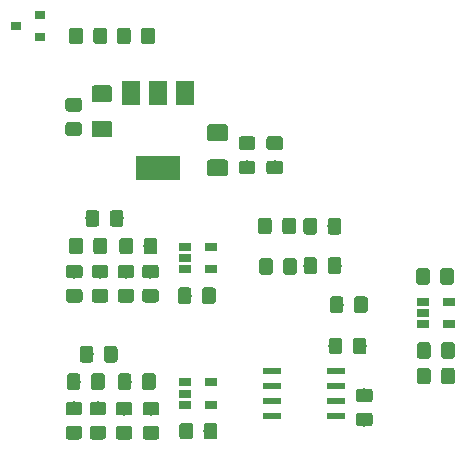
<source format=gbr>
G04 #@! TF.GenerationSoftware,KiCad,Pcbnew,(5.0.2)-1*
G04 #@! TF.CreationDate,2019-02-20T15:00:44+02:00*
G04 #@! TF.ProjectId,APPS_SMD,41505053-5f53-44d4-942e-6b696361645f,rev?*
G04 #@! TF.SameCoordinates,Original*
G04 #@! TF.FileFunction,Paste,Top*
G04 #@! TF.FilePolarity,Positive*
%FSLAX46Y46*%
G04 Gerber Fmt 4.6, Leading zero omitted, Abs format (unit mm)*
G04 Created by KiCad (PCBNEW (5.0.2)-1) date 2/20/2019 3:00:44 PM*
%MOMM*%
%LPD*%
G01*
G04 APERTURE LIST*
%ADD10C,0.100000*%
%ADD11C,1.425000*%
%ADD12C,1.150000*%
%ADD13R,3.800000X2.000000*%
%ADD14R,1.500000X2.000000*%
%ADD15R,1.060000X0.650000*%
%ADD16R,0.900000X0.800000*%
%ADD17R,1.550000X0.600000*%
G04 APERTURE END LIST*
D10*
G04 #@! TO.C,C10*
G36*
X55921904Y-32744004D02*
X55946173Y-32747604D01*
X55969971Y-32753565D01*
X55993071Y-32761830D01*
X56015249Y-32772320D01*
X56036293Y-32784933D01*
X56055998Y-32799547D01*
X56074177Y-32816023D01*
X56090653Y-32834202D01*
X56105267Y-32853907D01*
X56117880Y-32874951D01*
X56128370Y-32897129D01*
X56136635Y-32920229D01*
X56142596Y-32944027D01*
X56146196Y-32968296D01*
X56147400Y-32992800D01*
X56147400Y-33917800D01*
X56146196Y-33942304D01*
X56142596Y-33966573D01*
X56136635Y-33990371D01*
X56128370Y-34013471D01*
X56117880Y-34035649D01*
X56105267Y-34056693D01*
X56090653Y-34076398D01*
X56074177Y-34094577D01*
X56055998Y-34111053D01*
X56036293Y-34125667D01*
X56015249Y-34138280D01*
X55993071Y-34148770D01*
X55969971Y-34157035D01*
X55946173Y-34162996D01*
X55921904Y-34166596D01*
X55897400Y-34167800D01*
X54647400Y-34167800D01*
X54622896Y-34166596D01*
X54598627Y-34162996D01*
X54574829Y-34157035D01*
X54551729Y-34148770D01*
X54529551Y-34138280D01*
X54508507Y-34125667D01*
X54488802Y-34111053D01*
X54470623Y-34094577D01*
X54454147Y-34076398D01*
X54439533Y-34056693D01*
X54426920Y-34035649D01*
X54416430Y-34013471D01*
X54408165Y-33990371D01*
X54402204Y-33966573D01*
X54398604Y-33942304D01*
X54397400Y-33917800D01*
X54397400Y-32992800D01*
X54398604Y-32968296D01*
X54402204Y-32944027D01*
X54408165Y-32920229D01*
X54416430Y-32897129D01*
X54426920Y-32874951D01*
X54439533Y-32853907D01*
X54454147Y-32834202D01*
X54470623Y-32816023D01*
X54488802Y-32799547D01*
X54508507Y-32784933D01*
X54529551Y-32772320D01*
X54551729Y-32761830D01*
X54574829Y-32753565D01*
X54598627Y-32747604D01*
X54622896Y-32744004D01*
X54647400Y-32742800D01*
X55897400Y-32742800D01*
X55921904Y-32744004D01*
X55921904Y-32744004D01*
G37*
D11*
X55272400Y-33455300D03*
D10*
G36*
X55921904Y-35719004D02*
X55946173Y-35722604D01*
X55969971Y-35728565D01*
X55993071Y-35736830D01*
X56015249Y-35747320D01*
X56036293Y-35759933D01*
X56055998Y-35774547D01*
X56074177Y-35791023D01*
X56090653Y-35809202D01*
X56105267Y-35828907D01*
X56117880Y-35849951D01*
X56128370Y-35872129D01*
X56136635Y-35895229D01*
X56142596Y-35919027D01*
X56146196Y-35943296D01*
X56147400Y-35967800D01*
X56147400Y-36892800D01*
X56146196Y-36917304D01*
X56142596Y-36941573D01*
X56136635Y-36965371D01*
X56128370Y-36988471D01*
X56117880Y-37010649D01*
X56105267Y-37031693D01*
X56090653Y-37051398D01*
X56074177Y-37069577D01*
X56055998Y-37086053D01*
X56036293Y-37100667D01*
X56015249Y-37113280D01*
X55993071Y-37123770D01*
X55969971Y-37132035D01*
X55946173Y-37137996D01*
X55921904Y-37141596D01*
X55897400Y-37142800D01*
X54647400Y-37142800D01*
X54622896Y-37141596D01*
X54598627Y-37137996D01*
X54574829Y-37132035D01*
X54551729Y-37123770D01*
X54529551Y-37113280D01*
X54508507Y-37100667D01*
X54488802Y-37086053D01*
X54470623Y-37069577D01*
X54454147Y-37051398D01*
X54439533Y-37031693D01*
X54426920Y-37010649D01*
X54416430Y-36988471D01*
X54408165Y-36965371D01*
X54402204Y-36941573D01*
X54398604Y-36917304D01*
X54397400Y-36892800D01*
X54397400Y-35967800D01*
X54398604Y-35943296D01*
X54402204Y-35919027D01*
X54408165Y-35895229D01*
X54416430Y-35872129D01*
X54426920Y-35849951D01*
X54439533Y-35828907D01*
X54454147Y-35809202D01*
X54470623Y-35791023D01*
X54488802Y-35774547D01*
X54508507Y-35759933D01*
X54529551Y-35747320D01*
X54551729Y-35736830D01*
X54574829Y-35728565D01*
X54598627Y-35722604D01*
X54622896Y-35719004D01*
X54647400Y-35717800D01*
X55897400Y-35717800D01*
X55921904Y-35719004D01*
X55921904Y-35719004D01*
G37*
D11*
X55272400Y-36430300D03*
G04 #@! TD*
D10*
G04 #@! TO.C,C11*
G36*
X53359305Y-33801204D02*
X53383573Y-33804804D01*
X53407372Y-33810765D01*
X53430471Y-33819030D01*
X53452650Y-33829520D01*
X53473693Y-33842132D01*
X53493399Y-33856747D01*
X53511577Y-33873223D01*
X53528053Y-33891401D01*
X53542668Y-33911107D01*
X53555280Y-33932150D01*
X53565770Y-33954329D01*
X53574035Y-33977428D01*
X53579996Y-34001227D01*
X53583596Y-34025495D01*
X53584800Y-34049999D01*
X53584800Y-34700001D01*
X53583596Y-34724505D01*
X53579996Y-34748773D01*
X53574035Y-34772572D01*
X53565770Y-34795671D01*
X53555280Y-34817850D01*
X53542668Y-34838893D01*
X53528053Y-34858599D01*
X53511577Y-34876777D01*
X53493399Y-34893253D01*
X53473693Y-34907868D01*
X53452650Y-34920480D01*
X53430471Y-34930970D01*
X53407372Y-34939235D01*
X53383573Y-34945196D01*
X53359305Y-34948796D01*
X53334801Y-34950000D01*
X52434799Y-34950000D01*
X52410295Y-34948796D01*
X52386027Y-34945196D01*
X52362228Y-34939235D01*
X52339129Y-34930970D01*
X52316950Y-34920480D01*
X52295907Y-34907868D01*
X52276201Y-34893253D01*
X52258023Y-34876777D01*
X52241547Y-34858599D01*
X52226932Y-34838893D01*
X52214320Y-34817850D01*
X52203830Y-34795671D01*
X52195565Y-34772572D01*
X52189604Y-34748773D01*
X52186004Y-34724505D01*
X52184800Y-34700001D01*
X52184800Y-34049999D01*
X52186004Y-34025495D01*
X52189604Y-34001227D01*
X52195565Y-33977428D01*
X52203830Y-33954329D01*
X52214320Y-33932150D01*
X52226932Y-33911107D01*
X52241547Y-33891401D01*
X52258023Y-33873223D01*
X52276201Y-33856747D01*
X52295907Y-33842132D01*
X52316950Y-33829520D01*
X52339129Y-33819030D01*
X52362228Y-33810765D01*
X52386027Y-33804804D01*
X52410295Y-33801204D01*
X52434799Y-33800000D01*
X53334801Y-33800000D01*
X53359305Y-33801204D01*
X53359305Y-33801204D01*
G37*
D12*
X52884800Y-34375000D03*
D10*
G36*
X53359305Y-35851204D02*
X53383573Y-35854804D01*
X53407372Y-35860765D01*
X53430471Y-35869030D01*
X53452650Y-35879520D01*
X53473693Y-35892132D01*
X53493399Y-35906747D01*
X53511577Y-35923223D01*
X53528053Y-35941401D01*
X53542668Y-35961107D01*
X53555280Y-35982150D01*
X53565770Y-36004329D01*
X53574035Y-36027428D01*
X53579996Y-36051227D01*
X53583596Y-36075495D01*
X53584800Y-36099999D01*
X53584800Y-36750001D01*
X53583596Y-36774505D01*
X53579996Y-36798773D01*
X53574035Y-36822572D01*
X53565770Y-36845671D01*
X53555280Y-36867850D01*
X53542668Y-36888893D01*
X53528053Y-36908599D01*
X53511577Y-36926777D01*
X53493399Y-36943253D01*
X53473693Y-36957868D01*
X53452650Y-36970480D01*
X53430471Y-36980970D01*
X53407372Y-36989235D01*
X53383573Y-36995196D01*
X53359305Y-36998796D01*
X53334801Y-37000000D01*
X52434799Y-37000000D01*
X52410295Y-36998796D01*
X52386027Y-36995196D01*
X52362228Y-36989235D01*
X52339129Y-36980970D01*
X52316950Y-36970480D01*
X52295907Y-36957868D01*
X52276201Y-36943253D01*
X52258023Y-36926777D01*
X52241547Y-36908599D01*
X52226932Y-36888893D01*
X52214320Y-36867850D01*
X52203830Y-36845671D01*
X52195565Y-36822572D01*
X52189604Y-36798773D01*
X52186004Y-36774505D01*
X52184800Y-36750001D01*
X52184800Y-36099999D01*
X52186004Y-36075495D01*
X52189604Y-36051227D01*
X52195565Y-36027428D01*
X52203830Y-36004329D01*
X52214320Y-35982150D01*
X52226932Y-35961107D01*
X52241547Y-35941401D01*
X52258023Y-35923223D01*
X52276201Y-35906747D01*
X52295907Y-35892132D01*
X52316950Y-35879520D01*
X52339129Y-35869030D01*
X52362228Y-35860765D01*
X52386027Y-35854804D01*
X52410295Y-35851204D01*
X52434799Y-35850000D01*
X53334801Y-35850000D01*
X53359305Y-35851204D01*
X53359305Y-35851204D01*
G37*
D12*
X52884800Y-36425000D03*
G04 #@! TD*
D10*
G04 #@! TO.C,C12*
G36*
X68040505Y-37052404D02*
X68064773Y-37056004D01*
X68088572Y-37061965D01*
X68111671Y-37070230D01*
X68133850Y-37080720D01*
X68154893Y-37093332D01*
X68174599Y-37107947D01*
X68192777Y-37124423D01*
X68209253Y-37142601D01*
X68223868Y-37162307D01*
X68236480Y-37183350D01*
X68246970Y-37205529D01*
X68255235Y-37228628D01*
X68261196Y-37252427D01*
X68264796Y-37276695D01*
X68266000Y-37301199D01*
X68266000Y-37951201D01*
X68264796Y-37975705D01*
X68261196Y-37999973D01*
X68255235Y-38023772D01*
X68246970Y-38046871D01*
X68236480Y-38069050D01*
X68223868Y-38090093D01*
X68209253Y-38109799D01*
X68192777Y-38127977D01*
X68174599Y-38144453D01*
X68154893Y-38159068D01*
X68133850Y-38171680D01*
X68111671Y-38182170D01*
X68088572Y-38190435D01*
X68064773Y-38196396D01*
X68040505Y-38199996D01*
X68016001Y-38201200D01*
X67115999Y-38201200D01*
X67091495Y-38199996D01*
X67067227Y-38196396D01*
X67043428Y-38190435D01*
X67020329Y-38182170D01*
X66998150Y-38171680D01*
X66977107Y-38159068D01*
X66957401Y-38144453D01*
X66939223Y-38127977D01*
X66922747Y-38109799D01*
X66908132Y-38090093D01*
X66895520Y-38069050D01*
X66885030Y-38046871D01*
X66876765Y-38023772D01*
X66870804Y-37999973D01*
X66867204Y-37975705D01*
X66866000Y-37951201D01*
X66866000Y-37301199D01*
X66867204Y-37276695D01*
X66870804Y-37252427D01*
X66876765Y-37228628D01*
X66885030Y-37205529D01*
X66895520Y-37183350D01*
X66908132Y-37162307D01*
X66922747Y-37142601D01*
X66939223Y-37124423D01*
X66957401Y-37107947D01*
X66977107Y-37093332D01*
X66998150Y-37080720D01*
X67020329Y-37070230D01*
X67043428Y-37061965D01*
X67067227Y-37056004D01*
X67091495Y-37052404D01*
X67115999Y-37051200D01*
X68016001Y-37051200D01*
X68040505Y-37052404D01*
X68040505Y-37052404D01*
G37*
D12*
X67566000Y-37626200D03*
D10*
G36*
X68040505Y-39102404D02*
X68064773Y-39106004D01*
X68088572Y-39111965D01*
X68111671Y-39120230D01*
X68133850Y-39130720D01*
X68154893Y-39143332D01*
X68174599Y-39157947D01*
X68192777Y-39174423D01*
X68209253Y-39192601D01*
X68223868Y-39212307D01*
X68236480Y-39233350D01*
X68246970Y-39255529D01*
X68255235Y-39278628D01*
X68261196Y-39302427D01*
X68264796Y-39326695D01*
X68266000Y-39351199D01*
X68266000Y-40001201D01*
X68264796Y-40025705D01*
X68261196Y-40049973D01*
X68255235Y-40073772D01*
X68246970Y-40096871D01*
X68236480Y-40119050D01*
X68223868Y-40140093D01*
X68209253Y-40159799D01*
X68192777Y-40177977D01*
X68174599Y-40194453D01*
X68154893Y-40209068D01*
X68133850Y-40221680D01*
X68111671Y-40232170D01*
X68088572Y-40240435D01*
X68064773Y-40246396D01*
X68040505Y-40249996D01*
X68016001Y-40251200D01*
X67115999Y-40251200D01*
X67091495Y-40249996D01*
X67067227Y-40246396D01*
X67043428Y-40240435D01*
X67020329Y-40232170D01*
X66998150Y-40221680D01*
X66977107Y-40209068D01*
X66957401Y-40194453D01*
X66939223Y-40177977D01*
X66922747Y-40159799D01*
X66908132Y-40140093D01*
X66895520Y-40119050D01*
X66885030Y-40096871D01*
X66876765Y-40073772D01*
X66870804Y-40049973D01*
X66867204Y-40025705D01*
X66866000Y-40001201D01*
X66866000Y-39351199D01*
X66867204Y-39326695D01*
X66870804Y-39302427D01*
X66876765Y-39278628D01*
X66885030Y-39255529D01*
X66895520Y-39233350D01*
X66908132Y-39212307D01*
X66922747Y-39192601D01*
X66939223Y-39174423D01*
X66957401Y-39157947D01*
X66977107Y-39143332D01*
X66998150Y-39130720D01*
X67020329Y-39120230D01*
X67043428Y-39111965D01*
X67067227Y-39106004D01*
X67091495Y-39102404D01*
X67115999Y-39101200D01*
X68016001Y-39101200D01*
X68040505Y-39102404D01*
X68040505Y-39102404D01*
G37*
D12*
X67566000Y-39676200D03*
G04 #@! TD*
D10*
G04 #@! TO.C,C13*
G36*
X65713604Y-36033304D02*
X65737873Y-36036904D01*
X65761671Y-36042865D01*
X65784771Y-36051130D01*
X65806949Y-36061620D01*
X65827993Y-36074233D01*
X65847698Y-36088847D01*
X65865877Y-36105323D01*
X65882353Y-36123502D01*
X65896967Y-36143207D01*
X65909580Y-36164251D01*
X65920070Y-36186429D01*
X65928335Y-36209529D01*
X65934296Y-36233327D01*
X65937896Y-36257596D01*
X65939100Y-36282100D01*
X65939100Y-37207100D01*
X65937896Y-37231604D01*
X65934296Y-37255873D01*
X65928335Y-37279671D01*
X65920070Y-37302771D01*
X65909580Y-37324949D01*
X65896967Y-37345993D01*
X65882353Y-37365698D01*
X65865877Y-37383877D01*
X65847698Y-37400353D01*
X65827993Y-37414967D01*
X65806949Y-37427580D01*
X65784771Y-37438070D01*
X65761671Y-37446335D01*
X65737873Y-37452296D01*
X65713604Y-37455896D01*
X65689100Y-37457100D01*
X64439100Y-37457100D01*
X64414596Y-37455896D01*
X64390327Y-37452296D01*
X64366529Y-37446335D01*
X64343429Y-37438070D01*
X64321251Y-37427580D01*
X64300207Y-37414967D01*
X64280502Y-37400353D01*
X64262323Y-37383877D01*
X64245847Y-37365698D01*
X64231233Y-37345993D01*
X64218620Y-37324949D01*
X64208130Y-37302771D01*
X64199865Y-37279671D01*
X64193904Y-37255873D01*
X64190304Y-37231604D01*
X64189100Y-37207100D01*
X64189100Y-36282100D01*
X64190304Y-36257596D01*
X64193904Y-36233327D01*
X64199865Y-36209529D01*
X64208130Y-36186429D01*
X64218620Y-36164251D01*
X64231233Y-36143207D01*
X64245847Y-36123502D01*
X64262323Y-36105323D01*
X64280502Y-36088847D01*
X64300207Y-36074233D01*
X64321251Y-36061620D01*
X64343429Y-36051130D01*
X64366529Y-36042865D01*
X64390327Y-36036904D01*
X64414596Y-36033304D01*
X64439100Y-36032100D01*
X65689100Y-36032100D01*
X65713604Y-36033304D01*
X65713604Y-36033304D01*
G37*
D11*
X65064100Y-36744600D03*
D10*
G36*
X65713604Y-39008304D02*
X65737873Y-39011904D01*
X65761671Y-39017865D01*
X65784771Y-39026130D01*
X65806949Y-39036620D01*
X65827993Y-39049233D01*
X65847698Y-39063847D01*
X65865877Y-39080323D01*
X65882353Y-39098502D01*
X65896967Y-39118207D01*
X65909580Y-39139251D01*
X65920070Y-39161429D01*
X65928335Y-39184529D01*
X65934296Y-39208327D01*
X65937896Y-39232596D01*
X65939100Y-39257100D01*
X65939100Y-40182100D01*
X65937896Y-40206604D01*
X65934296Y-40230873D01*
X65928335Y-40254671D01*
X65920070Y-40277771D01*
X65909580Y-40299949D01*
X65896967Y-40320993D01*
X65882353Y-40340698D01*
X65865877Y-40358877D01*
X65847698Y-40375353D01*
X65827993Y-40389967D01*
X65806949Y-40402580D01*
X65784771Y-40413070D01*
X65761671Y-40421335D01*
X65737873Y-40427296D01*
X65713604Y-40430896D01*
X65689100Y-40432100D01*
X64439100Y-40432100D01*
X64414596Y-40430896D01*
X64390327Y-40427296D01*
X64366529Y-40421335D01*
X64343429Y-40413070D01*
X64321251Y-40402580D01*
X64300207Y-40389967D01*
X64280502Y-40375353D01*
X64262323Y-40358877D01*
X64245847Y-40340698D01*
X64231233Y-40320993D01*
X64218620Y-40299949D01*
X64208130Y-40277771D01*
X64199865Y-40254671D01*
X64193904Y-40230873D01*
X64190304Y-40206604D01*
X64189100Y-40182100D01*
X64189100Y-39257100D01*
X64190304Y-39232596D01*
X64193904Y-39208327D01*
X64199865Y-39184529D01*
X64208130Y-39161429D01*
X64218620Y-39139251D01*
X64231233Y-39118207D01*
X64245847Y-39098502D01*
X64262323Y-39080323D01*
X64280502Y-39063847D01*
X64300207Y-39049233D01*
X64321251Y-39036620D01*
X64343429Y-39026130D01*
X64366529Y-39017865D01*
X64390327Y-39011904D01*
X64414596Y-39008304D01*
X64439100Y-39007100D01*
X65689100Y-39007100D01*
X65713604Y-39008304D01*
X65713604Y-39008304D01*
G37*
D11*
X65064100Y-39719600D03*
G04 #@! TD*
D13*
G04 #@! TO.C,U8*
X60047600Y-39718400D03*
D14*
X60047600Y-33418400D03*
X57747600Y-33418400D03*
X62347600Y-33418400D03*
G04 #@! TD*
D10*
G04 #@! TO.C,C1*
G36*
X82878305Y-56641204D02*
X82902573Y-56644804D01*
X82926372Y-56650765D01*
X82949471Y-56659030D01*
X82971650Y-56669520D01*
X82992693Y-56682132D01*
X83012399Y-56696747D01*
X83030577Y-56713223D01*
X83047053Y-56731401D01*
X83061668Y-56751107D01*
X83074280Y-56772150D01*
X83084770Y-56794329D01*
X83093035Y-56817428D01*
X83098996Y-56841227D01*
X83102596Y-56865495D01*
X83103800Y-56889999D01*
X83103800Y-57790001D01*
X83102596Y-57814505D01*
X83098996Y-57838773D01*
X83093035Y-57862572D01*
X83084770Y-57885671D01*
X83074280Y-57907850D01*
X83061668Y-57928893D01*
X83047053Y-57948599D01*
X83030577Y-57966777D01*
X83012399Y-57983253D01*
X82992693Y-57997868D01*
X82971650Y-58010480D01*
X82949471Y-58020970D01*
X82926372Y-58029235D01*
X82902573Y-58035196D01*
X82878305Y-58038796D01*
X82853801Y-58040000D01*
X82203799Y-58040000D01*
X82179295Y-58038796D01*
X82155027Y-58035196D01*
X82131228Y-58029235D01*
X82108129Y-58020970D01*
X82085950Y-58010480D01*
X82064907Y-57997868D01*
X82045201Y-57983253D01*
X82027023Y-57966777D01*
X82010547Y-57948599D01*
X81995932Y-57928893D01*
X81983320Y-57907850D01*
X81972830Y-57885671D01*
X81964565Y-57862572D01*
X81958604Y-57838773D01*
X81955004Y-57814505D01*
X81953800Y-57790001D01*
X81953800Y-56889999D01*
X81955004Y-56865495D01*
X81958604Y-56841227D01*
X81964565Y-56817428D01*
X81972830Y-56794329D01*
X81983320Y-56772150D01*
X81995932Y-56751107D01*
X82010547Y-56731401D01*
X82027023Y-56713223D01*
X82045201Y-56696747D01*
X82064907Y-56682132D01*
X82085950Y-56669520D01*
X82108129Y-56659030D01*
X82131228Y-56650765D01*
X82155027Y-56644804D01*
X82179295Y-56641204D01*
X82203799Y-56640000D01*
X82853801Y-56640000D01*
X82878305Y-56641204D01*
X82878305Y-56641204D01*
G37*
D12*
X82528800Y-57340000D03*
D10*
G36*
X84928305Y-56641204D02*
X84952573Y-56644804D01*
X84976372Y-56650765D01*
X84999471Y-56659030D01*
X85021650Y-56669520D01*
X85042693Y-56682132D01*
X85062399Y-56696747D01*
X85080577Y-56713223D01*
X85097053Y-56731401D01*
X85111668Y-56751107D01*
X85124280Y-56772150D01*
X85134770Y-56794329D01*
X85143035Y-56817428D01*
X85148996Y-56841227D01*
X85152596Y-56865495D01*
X85153800Y-56889999D01*
X85153800Y-57790001D01*
X85152596Y-57814505D01*
X85148996Y-57838773D01*
X85143035Y-57862572D01*
X85134770Y-57885671D01*
X85124280Y-57907850D01*
X85111668Y-57928893D01*
X85097053Y-57948599D01*
X85080577Y-57966777D01*
X85062399Y-57983253D01*
X85042693Y-57997868D01*
X85021650Y-58010480D01*
X84999471Y-58020970D01*
X84976372Y-58029235D01*
X84952573Y-58035196D01*
X84928305Y-58038796D01*
X84903801Y-58040000D01*
X84253799Y-58040000D01*
X84229295Y-58038796D01*
X84205027Y-58035196D01*
X84181228Y-58029235D01*
X84158129Y-58020970D01*
X84135950Y-58010480D01*
X84114907Y-57997868D01*
X84095201Y-57983253D01*
X84077023Y-57966777D01*
X84060547Y-57948599D01*
X84045932Y-57928893D01*
X84033320Y-57907850D01*
X84022830Y-57885671D01*
X84014565Y-57862572D01*
X84008604Y-57838773D01*
X84005004Y-57814505D01*
X84003800Y-57790001D01*
X84003800Y-56889999D01*
X84005004Y-56865495D01*
X84008604Y-56841227D01*
X84014565Y-56817428D01*
X84022830Y-56794329D01*
X84033320Y-56772150D01*
X84045932Y-56751107D01*
X84060547Y-56731401D01*
X84077023Y-56713223D01*
X84095201Y-56696747D01*
X84114907Y-56682132D01*
X84135950Y-56669520D01*
X84158129Y-56659030D01*
X84181228Y-56650765D01*
X84205027Y-56644804D01*
X84229295Y-56641204D01*
X84253799Y-56640000D01*
X84903801Y-56640000D01*
X84928305Y-56641204D01*
X84928305Y-56641204D01*
G37*
D12*
X84578800Y-57340000D03*
G04 #@! TD*
D10*
G04 #@! TO.C,C2*
G36*
X59861705Y-49973604D02*
X59885973Y-49977204D01*
X59909772Y-49983165D01*
X59932871Y-49991430D01*
X59955050Y-50001920D01*
X59976093Y-50014532D01*
X59995799Y-50029147D01*
X60013977Y-50045623D01*
X60030453Y-50063801D01*
X60045068Y-50083507D01*
X60057680Y-50104550D01*
X60068170Y-50126729D01*
X60076435Y-50149828D01*
X60082396Y-50173627D01*
X60085996Y-50197895D01*
X60087200Y-50222399D01*
X60087200Y-50872401D01*
X60085996Y-50896905D01*
X60082396Y-50921173D01*
X60076435Y-50944972D01*
X60068170Y-50968071D01*
X60057680Y-50990250D01*
X60045068Y-51011293D01*
X60030453Y-51030999D01*
X60013977Y-51049177D01*
X59995799Y-51065653D01*
X59976093Y-51080268D01*
X59955050Y-51092880D01*
X59932871Y-51103370D01*
X59909772Y-51111635D01*
X59885973Y-51117596D01*
X59861705Y-51121196D01*
X59837201Y-51122400D01*
X58937199Y-51122400D01*
X58912695Y-51121196D01*
X58888427Y-51117596D01*
X58864628Y-51111635D01*
X58841529Y-51103370D01*
X58819350Y-51092880D01*
X58798307Y-51080268D01*
X58778601Y-51065653D01*
X58760423Y-51049177D01*
X58743947Y-51030999D01*
X58729332Y-51011293D01*
X58716720Y-50990250D01*
X58706230Y-50968071D01*
X58697965Y-50944972D01*
X58692004Y-50921173D01*
X58688404Y-50896905D01*
X58687200Y-50872401D01*
X58687200Y-50222399D01*
X58688404Y-50197895D01*
X58692004Y-50173627D01*
X58697965Y-50149828D01*
X58706230Y-50126729D01*
X58716720Y-50104550D01*
X58729332Y-50083507D01*
X58743947Y-50063801D01*
X58760423Y-50045623D01*
X58778601Y-50029147D01*
X58798307Y-50014532D01*
X58819350Y-50001920D01*
X58841529Y-49991430D01*
X58864628Y-49983165D01*
X58888427Y-49977204D01*
X58912695Y-49973604D01*
X58937199Y-49972400D01*
X59837201Y-49972400D01*
X59861705Y-49973604D01*
X59861705Y-49973604D01*
G37*
D12*
X59387200Y-50547400D03*
D10*
G36*
X59861705Y-47923604D02*
X59885973Y-47927204D01*
X59909772Y-47933165D01*
X59932871Y-47941430D01*
X59955050Y-47951920D01*
X59976093Y-47964532D01*
X59995799Y-47979147D01*
X60013977Y-47995623D01*
X60030453Y-48013801D01*
X60045068Y-48033507D01*
X60057680Y-48054550D01*
X60068170Y-48076729D01*
X60076435Y-48099828D01*
X60082396Y-48123627D01*
X60085996Y-48147895D01*
X60087200Y-48172399D01*
X60087200Y-48822401D01*
X60085996Y-48846905D01*
X60082396Y-48871173D01*
X60076435Y-48894972D01*
X60068170Y-48918071D01*
X60057680Y-48940250D01*
X60045068Y-48961293D01*
X60030453Y-48980999D01*
X60013977Y-48999177D01*
X59995799Y-49015653D01*
X59976093Y-49030268D01*
X59955050Y-49042880D01*
X59932871Y-49053370D01*
X59909772Y-49061635D01*
X59885973Y-49067596D01*
X59861705Y-49071196D01*
X59837201Y-49072400D01*
X58937199Y-49072400D01*
X58912695Y-49071196D01*
X58888427Y-49067596D01*
X58864628Y-49061635D01*
X58841529Y-49053370D01*
X58819350Y-49042880D01*
X58798307Y-49030268D01*
X58778601Y-49015653D01*
X58760423Y-48999177D01*
X58743947Y-48980999D01*
X58729332Y-48961293D01*
X58716720Y-48940250D01*
X58706230Y-48918071D01*
X58697965Y-48894972D01*
X58692004Y-48871173D01*
X58688404Y-48846905D01*
X58687200Y-48822401D01*
X58687200Y-48172399D01*
X58688404Y-48147895D01*
X58692004Y-48123627D01*
X58697965Y-48099828D01*
X58706230Y-48076729D01*
X58716720Y-48054550D01*
X58729332Y-48033507D01*
X58743947Y-48013801D01*
X58760423Y-47995623D01*
X58778601Y-47979147D01*
X58798307Y-47964532D01*
X58819350Y-47951920D01*
X58841529Y-47941430D01*
X58864628Y-47933165D01*
X58888427Y-47927204D01*
X58912695Y-47923604D01*
X58937199Y-47922400D01*
X59837201Y-47922400D01*
X59861705Y-47923604D01*
X59861705Y-47923604D01*
G37*
D12*
X59387200Y-48497400D03*
G04 #@! TD*
D10*
G04 #@! TO.C,C3*
G36*
X59912505Y-59531404D02*
X59936773Y-59535004D01*
X59960572Y-59540965D01*
X59983671Y-59549230D01*
X60005850Y-59559720D01*
X60026893Y-59572332D01*
X60046599Y-59586947D01*
X60064777Y-59603423D01*
X60081253Y-59621601D01*
X60095868Y-59641307D01*
X60108480Y-59662350D01*
X60118970Y-59684529D01*
X60127235Y-59707628D01*
X60133196Y-59731427D01*
X60136796Y-59755695D01*
X60138000Y-59780199D01*
X60138000Y-60430201D01*
X60136796Y-60454705D01*
X60133196Y-60478973D01*
X60127235Y-60502772D01*
X60118970Y-60525871D01*
X60108480Y-60548050D01*
X60095868Y-60569093D01*
X60081253Y-60588799D01*
X60064777Y-60606977D01*
X60046599Y-60623453D01*
X60026893Y-60638068D01*
X60005850Y-60650680D01*
X59983671Y-60661170D01*
X59960572Y-60669435D01*
X59936773Y-60675396D01*
X59912505Y-60678996D01*
X59888001Y-60680200D01*
X58987999Y-60680200D01*
X58963495Y-60678996D01*
X58939227Y-60675396D01*
X58915428Y-60669435D01*
X58892329Y-60661170D01*
X58870150Y-60650680D01*
X58849107Y-60638068D01*
X58829401Y-60623453D01*
X58811223Y-60606977D01*
X58794747Y-60588799D01*
X58780132Y-60569093D01*
X58767520Y-60548050D01*
X58757030Y-60525871D01*
X58748765Y-60502772D01*
X58742804Y-60478973D01*
X58739204Y-60454705D01*
X58738000Y-60430201D01*
X58738000Y-59780199D01*
X58739204Y-59755695D01*
X58742804Y-59731427D01*
X58748765Y-59707628D01*
X58757030Y-59684529D01*
X58767520Y-59662350D01*
X58780132Y-59641307D01*
X58794747Y-59621601D01*
X58811223Y-59603423D01*
X58829401Y-59586947D01*
X58849107Y-59572332D01*
X58870150Y-59559720D01*
X58892329Y-59549230D01*
X58915428Y-59540965D01*
X58939227Y-59535004D01*
X58963495Y-59531404D01*
X58987999Y-59530200D01*
X59888001Y-59530200D01*
X59912505Y-59531404D01*
X59912505Y-59531404D01*
G37*
D12*
X59438000Y-60105200D03*
D10*
G36*
X59912505Y-61581404D02*
X59936773Y-61585004D01*
X59960572Y-61590965D01*
X59983671Y-61599230D01*
X60005850Y-61609720D01*
X60026893Y-61622332D01*
X60046599Y-61636947D01*
X60064777Y-61653423D01*
X60081253Y-61671601D01*
X60095868Y-61691307D01*
X60108480Y-61712350D01*
X60118970Y-61734529D01*
X60127235Y-61757628D01*
X60133196Y-61781427D01*
X60136796Y-61805695D01*
X60138000Y-61830199D01*
X60138000Y-62480201D01*
X60136796Y-62504705D01*
X60133196Y-62528973D01*
X60127235Y-62552772D01*
X60118970Y-62575871D01*
X60108480Y-62598050D01*
X60095868Y-62619093D01*
X60081253Y-62638799D01*
X60064777Y-62656977D01*
X60046599Y-62673453D01*
X60026893Y-62688068D01*
X60005850Y-62700680D01*
X59983671Y-62711170D01*
X59960572Y-62719435D01*
X59936773Y-62725396D01*
X59912505Y-62728996D01*
X59888001Y-62730200D01*
X58987999Y-62730200D01*
X58963495Y-62728996D01*
X58939227Y-62725396D01*
X58915428Y-62719435D01*
X58892329Y-62711170D01*
X58870150Y-62700680D01*
X58849107Y-62688068D01*
X58829401Y-62673453D01*
X58811223Y-62656977D01*
X58794747Y-62638799D01*
X58780132Y-62619093D01*
X58767520Y-62598050D01*
X58757030Y-62575871D01*
X58748765Y-62552772D01*
X58742804Y-62528973D01*
X58739204Y-62504705D01*
X58738000Y-62480201D01*
X58738000Y-61830199D01*
X58739204Y-61805695D01*
X58742804Y-61781427D01*
X58748765Y-61757628D01*
X58757030Y-61734529D01*
X58767520Y-61712350D01*
X58780132Y-61691307D01*
X58794747Y-61671601D01*
X58811223Y-61653423D01*
X58829401Y-61636947D01*
X58849107Y-61622332D01*
X58870150Y-61609720D01*
X58892329Y-61599230D01*
X58915428Y-61590965D01*
X58939227Y-61585004D01*
X58963495Y-61581404D01*
X58987999Y-61580200D01*
X59888001Y-61580200D01*
X59912505Y-61581404D01*
X59912505Y-61581404D01*
G37*
D12*
X59438000Y-62155200D03*
G04 #@! TD*
D10*
G04 #@! TO.C,C4*
G36*
X55594505Y-49973604D02*
X55618773Y-49977204D01*
X55642572Y-49983165D01*
X55665671Y-49991430D01*
X55687850Y-50001920D01*
X55708893Y-50014532D01*
X55728599Y-50029147D01*
X55746777Y-50045623D01*
X55763253Y-50063801D01*
X55777868Y-50083507D01*
X55790480Y-50104550D01*
X55800970Y-50126729D01*
X55809235Y-50149828D01*
X55815196Y-50173627D01*
X55818796Y-50197895D01*
X55820000Y-50222399D01*
X55820000Y-50872401D01*
X55818796Y-50896905D01*
X55815196Y-50921173D01*
X55809235Y-50944972D01*
X55800970Y-50968071D01*
X55790480Y-50990250D01*
X55777868Y-51011293D01*
X55763253Y-51030999D01*
X55746777Y-51049177D01*
X55728599Y-51065653D01*
X55708893Y-51080268D01*
X55687850Y-51092880D01*
X55665671Y-51103370D01*
X55642572Y-51111635D01*
X55618773Y-51117596D01*
X55594505Y-51121196D01*
X55570001Y-51122400D01*
X54669999Y-51122400D01*
X54645495Y-51121196D01*
X54621227Y-51117596D01*
X54597428Y-51111635D01*
X54574329Y-51103370D01*
X54552150Y-51092880D01*
X54531107Y-51080268D01*
X54511401Y-51065653D01*
X54493223Y-51049177D01*
X54476747Y-51030999D01*
X54462132Y-51011293D01*
X54449520Y-50990250D01*
X54439030Y-50968071D01*
X54430765Y-50944972D01*
X54424804Y-50921173D01*
X54421204Y-50896905D01*
X54420000Y-50872401D01*
X54420000Y-50222399D01*
X54421204Y-50197895D01*
X54424804Y-50173627D01*
X54430765Y-50149828D01*
X54439030Y-50126729D01*
X54449520Y-50104550D01*
X54462132Y-50083507D01*
X54476747Y-50063801D01*
X54493223Y-50045623D01*
X54511401Y-50029147D01*
X54531107Y-50014532D01*
X54552150Y-50001920D01*
X54574329Y-49991430D01*
X54597428Y-49983165D01*
X54621227Y-49977204D01*
X54645495Y-49973604D01*
X54669999Y-49972400D01*
X55570001Y-49972400D01*
X55594505Y-49973604D01*
X55594505Y-49973604D01*
G37*
D12*
X55120000Y-50547400D03*
D10*
G36*
X55594505Y-47923604D02*
X55618773Y-47927204D01*
X55642572Y-47933165D01*
X55665671Y-47941430D01*
X55687850Y-47951920D01*
X55708893Y-47964532D01*
X55728599Y-47979147D01*
X55746777Y-47995623D01*
X55763253Y-48013801D01*
X55777868Y-48033507D01*
X55790480Y-48054550D01*
X55800970Y-48076729D01*
X55809235Y-48099828D01*
X55815196Y-48123627D01*
X55818796Y-48147895D01*
X55820000Y-48172399D01*
X55820000Y-48822401D01*
X55818796Y-48846905D01*
X55815196Y-48871173D01*
X55809235Y-48894972D01*
X55800970Y-48918071D01*
X55790480Y-48940250D01*
X55777868Y-48961293D01*
X55763253Y-48980999D01*
X55746777Y-48999177D01*
X55728599Y-49015653D01*
X55708893Y-49030268D01*
X55687850Y-49042880D01*
X55665671Y-49053370D01*
X55642572Y-49061635D01*
X55618773Y-49067596D01*
X55594505Y-49071196D01*
X55570001Y-49072400D01*
X54669999Y-49072400D01*
X54645495Y-49071196D01*
X54621227Y-49067596D01*
X54597428Y-49061635D01*
X54574329Y-49053370D01*
X54552150Y-49042880D01*
X54531107Y-49030268D01*
X54511401Y-49015653D01*
X54493223Y-48999177D01*
X54476747Y-48980999D01*
X54462132Y-48961293D01*
X54449520Y-48940250D01*
X54439030Y-48918071D01*
X54430765Y-48894972D01*
X54424804Y-48871173D01*
X54421204Y-48846905D01*
X54420000Y-48822401D01*
X54420000Y-48172399D01*
X54421204Y-48147895D01*
X54424804Y-48123627D01*
X54430765Y-48099828D01*
X54439030Y-48076729D01*
X54449520Y-48054550D01*
X54462132Y-48033507D01*
X54476747Y-48013801D01*
X54493223Y-47995623D01*
X54511401Y-47979147D01*
X54531107Y-47964532D01*
X54552150Y-47951920D01*
X54574329Y-47941430D01*
X54597428Y-47933165D01*
X54621227Y-47927204D01*
X54645495Y-47923604D01*
X54669999Y-47922400D01*
X55570001Y-47922400D01*
X55594505Y-47923604D01*
X55594505Y-47923604D01*
G37*
D12*
X55120000Y-48497400D03*
G04 #@! TD*
D10*
G04 #@! TO.C,C5*
G36*
X55404005Y-59518704D02*
X55428273Y-59522304D01*
X55452072Y-59528265D01*
X55475171Y-59536530D01*
X55497350Y-59547020D01*
X55518393Y-59559632D01*
X55538099Y-59574247D01*
X55556277Y-59590723D01*
X55572753Y-59608901D01*
X55587368Y-59628607D01*
X55599980Y-59649650D01*
X55610470Y-59671829D01*
X55618735Y-59694928D01*
X55624696Y-59718727D01*
X55628296Y-59742995D01*
X55629500Y-59767499D01*
X55629500Y-60417501D01*
X55628296Y-60442005D01*
X55624696Y-60466273D01*
X55618735Y-60490072D01*
X55610470Y-60513171D01*
X55599980Y-60535350D01*
X55587368Y-60556393D01*
X55572753Y-60576099D01*
X55556277Y-60594277D01*
X55538099Y-60610753D01*
X55518393Y-60625368D01*
X55497350Y-60637980D01*
X55475171Y-60648470D01*
X55452072Y-60656735D01*
X55428273Y-60662696D01*
X55404005Y-60666296D01*
X55379501Y-60667500D01*
X54479499Y-60667500D01*
X54454995Y-60666296D01*
X54430727Y-60662696D01*
X54406928Y-60656735D01*
X54383829Y-60648470D01*
X54361650Y-60637980D01*
X54340607Y-60625368D01*
X54320901Y-60610753D01*
X54302723Y-60594277D01*
X54286247Y-60576099D01*
X54271632Y-60556393D01*
X54259020Y-60535350D01*
X54248530Y-60513171D01*
X54240265Y-60490072D01*
X54234304Y-60466273D01*
X54230704Y-60442005D01*
X54229500Y-60417501D01*
X54229500Y-59767499D01*
X54230704Y-59742995D01*
X54234304Y-59718727D01*
X54240265Y-59694928D01*
X54248530Y-59671829D01*
X54259020Y-59649650D01*
X54271632Y-59628607D01*
X54286247Y-59608901D01*
X54302723Y-59590723D01*
X54320901Y-59574247D01*
X54340607Y-59559632D01*
X54361650Y-59547020D01*
X54383829Y-59536530D01*
X54406928Y-59528265D01*
X54430727Y-59522304D01*
X54454995Y-59518704D01*
X54479499Y-59517500D01*
X55379501Y-59517500D01*
X55404005Y-59518704D01*
X55404005Y-59518704D01*
G37*
D12*
X54929500Y-60092500D03*
D10*
G36*
X55404005Y-61568704D02*
X55428273Y-61572304D01*
X55452072Y-61578265D01*
X55475171Y-61586530D01*
X55497350Y-61597020D01*
X55518393Y-61609632D01*
X55538099Y-61624247D01*
X55556277Y-61640723D01*
X55572753Y-61658901D01*
X55587368Y-61678607D01*
X55599980Y-61699650D01*
X55610470Y-61721829D01*
X55618735Y-61744928D01*
X55624696Y-61768727D01*
X55628296Y-61792995D01*
X55629500Y-61817499D01*
X55629500Y-62467501D01*
X55628296Y-62492005D01*
X55624696Y-62516273D01*
X55618735Y-62540072D01*
X55610470Y-62563171D01*
X55599980Y-62585350D01*
X55587368Y-62606393D01*
X55572753Y-62626099D01*
X55556277Y-62644277D01*
X55538099Y-62660753D01*
X55518393Y-62675368D01*
X55497350Y-62687980D01*
X55475171Y-62698470D01*
X55452072Y-62706735D01*
X55428273Y-62712696D01*
X55404005Y-62716296D01*
X55379501Y-62717500D01*
X54479499Y-62717500D01*
X54454995Y-62716296D01*
X54430727Y-62712696D01*
X54406928Y-62706735D01*
X54383829Y-62698470D01*
X54361650Y-62687980D01*
X54340607Y-62675368D01*
X54320901Y-62660753D01*
X54302723Y-62644277D01*
X54286247Y-62626099D01*
X54271632Y-62606393D01*
X54259020Y-62585350D01*
X54248530Y-62563171D01*
X54240265Y-62540072D01*
X54234304Y-62516273D01*
X54230704Y-62492005D01*
X54229500Y-62467501D01*
X54229500Y-61817499D01*
X54230704Y-61792995D01*
X54234304Y-61768727D01*
X54240265Y-61744928D01*
X54248530Y-61721829D01*
X54259020Y-61699650D01*
X54271632Y-61678607D01*
X54286247Y-61658901D01*
X54302723Y-61640723D01*
X54320901Y-61624247D01*
X54340607Y-61609632D01*
X54361650Y-61597020D01*
X54383829Y-61586530D01*
X54406928Y-61578265D01*
X54430727Y-61572304D01*
X54454995Y-61568704D01*
X54479499Y-61567500D01*
X55379501Y-61567500D01*
X55404005Y-61568704D01*
X55404005Y-61568704D01*
G37*
D12*
X54929500Y-62142500D03*
G04 #@! TD*
D10*
G04 #@! TO.C,C14*
G36*
X62636005Y-49839604D02*
X62660273Y-49843204D01*
X62684072Y-49849165D01*
X62707171Y-49857430D01*
X62729350Y-49867920D01*
X62750393Y-49880532D01*
X62770099Y-49895147D01*
X62788277Y-49911623D01*
X62804753Y-49929801D01*
X62819368Y-49949507D01*
X62831980Y-49970550D01*
X62842470Y-49992729D01*
X62850735Y-50015828D01*
X62856696Y-50039627D01*
X62860296Y-50063895D01*
X62861500Y-50088399D01*
X62861500Y-50988401D01*
X62860296Y-51012905D01*
X62856696Y-51037173D01*
X62850735Y-51060972D01*
X62842470Y-51084071D01*
X62831980Y-51106250D01*
X62819368Y-51127293D01*
X62804753Y-51146999D01*
X62788277Y-51165177D01*
X62770099Y-51181653D01*
X62750393Y-51196268D01*
X62729350Y-51208880D01*
X62707171Y-51219370D01*
X62684072Y-51227635D01*
X62660273Y-51233596D01*
X62636005Y-51237196D01*
X62611501Y-51238400D01*
X61961499Y-51238400D01*
X61936995Y-51237196D01*
X61912727Y-51233596D01*
X61888928Y-51227635D01*
X61865829Y-51219370D01*
X61843650Y-51208880D01*
X61822607Y-51196268D01*
X61802901Y-51181653D01*
X61784723Y-51165177D01*
X61768247Y-51146999D01*
X61753632Y-51127293D01*
X61741020Y-51106250D01*
X61730530Y-51084071D01*
X61722265Y-51060972D01*
X61716304Y-51037173D01*
X61712704Y-51012905D01*
X61711500Y-50988401D01*
X61711500Y-50088399D01*
X61712704Y-50063895D01*
X61716304Y-50039627D01*
X61722265Y-50015828D01*
X61730530Y-49992729D01*
X61741020Y-49970550D01*
X61753632Y-49949507D01*
X61768247Y-49929801D01*
X61784723Y-49911623D01*
X61802901Y-49895147D01*
X61822607Y-49880532D01*
X61843650Y-49867920D01*
X61865829Y-49857430D01*
X61888928Y-49849165D01*
X61912727Y-49843204D01*
X61936995Y-49839604D01*
X61961499Y-49838400D01*
X62611501Y-49838400D01*
X62636005Y-49839604D01*
X62636005Y-49839604D01*
G37*
D12*
X62286500Y-50538400D03*
D10*
G36*
X64686005Y-49839604D02*
X64710273Y-49843204D01*
X64734072Y-49849165D01*
X64757171Y-49857430D01*
X64779350Y-49867920D01*
X64800393Y-49880532D01*
X64820099Y-49895147D01*
X64838277Y-49911623D01*
X64854753Y-49929801D01*
X64869368Y-49949507D01*
X64881980Y-49970550D01*
X64892470Y-49992729D01*
X64900735Y-50015828D01*
X64906696Y-50039627D01*
X64910296Y-50063895D01*
X64911500Y-50088399D01*
X64911500Y-50988401D01*
X64910296Y-51012905D01*
X64906696Y-51037173D01*
X64900735Y-51060972D01*
X64892470Y-51084071D01*
X64881980Y-51106250D01*
X64869368Y-51127293D01*
X64854753Y-51146999D01*
X64838277Y-51165177D01*
X64820099Y-51181653D01*
X64800393Y-51196268D01*
X64779350Y-51208880D01*
X64757171Y-51219370D01*
X64734072Y-51227635D01*
X64710273Y-51233596D01*
X64686005Y-51237196D01*
X64661501Y-51238400D01*
X64011499Y-51238400D01*
X63986995Y-51237196D01*
X63962727Y-51233596D01*
X63938928Y-51227635D01*
X63915829Y-51219370D01*
X63893650Y-51208880D01*
X63872607Y-51196268D01*
X63852901Y-51181653D01*
X63834723Y-51165177D01*
X63818247Y-51146999D01*
X63803632Y-51127293D01*
X63791020Y-51106250D01*
X63780530Y-51084071D01*
X63772265Y-51060972D01*
X63766304Y-51037173D01*
X63762704Y-51012905D01*
X63761500Y-50988401D01*
X63761500Y-50088399D01*
X63762704Y-50063895D01*
X63766304Y-50039627D01*
X63772265Y-50015828D01*
X63780530Y-49992729D01*
X63791020Y-49970550D01*
X63803632Y-49949507D01*
X63818247Y-49929801D01*
X63834723Y-49911623D01*
X63852901Y-49895147D01*
X63872607Y-49880532D01*
X63893650Y-49867920D01*
X63915829Y-49857430D01*
X63938928Y-49849165D01*
X63962727Y-49843204D01*
X63986995Y-49839604D01*
X64011499Y-49838400D01*
X64661501Y-49838400D01*
X64686005Y-49839604D01*
X64686005Y-49839604D01*
G37*
D12*
X64336500Y-50538400D03*
G04 #@! TD*
D10*
G04 #@! TO.C,C15*
G36*
X62763005Y-61307704D02*
X62787273Y-61311304D01*
X62811072Y-61317265D01*
X62834171Y-61325530D01*
X62856350Y-61336020D01*
X62877393Y-61348632D01*
X62897099Y-61363247D01*
X62915277Y-61379723D01*
X62931753Y-61397901D01*
X62946368Y-61417607D01*
X62958980Y-61438650D01*
X62969470Y-61460829D01*
X62977735Y-61483928D01*
X62983696Y-61507727D01*
X62987296Y-61531995D01*
X62988500Y-61556499D01*
X62988500Y-62456501D01*
X62987296Y-62481005D01*
X62983696Y-62505273D01*
X62977735Y-62529072D01*
X62969470Y-62552171D01*
X62958980Y-62574350D01*
X62946368Y-62595393D01*
X62931753Y-62615099D01*
X62915277Y-62633277D01*
X62897099Y-62649753D01*
X62877393Y-62664368D01*
X62856350Y-62676980D01*
X62834171Y-62687470D01*
X62811072Y-62695735D01*
X62787273Y-62701696D01*
X62763005Y-62705296D01*
X62738501Y-62706500D01*
X62088499Y-62706500D01*
X62063995Y-62705296D01*
X62039727Y-62701696D01*
X62015928Y-62695735D01*
X61992829Y-62687470D01*
X61970650Y-62676980D01*
X61949607Y-62664368D01*
X61929901Y-62649753D01*
X61911723Y-62633277D01*
X61895247Y-62615099D01*
X61880632Y-62595393D01*
X61868020Y-62574350D01*
X61857530Y-62552171D01*
X61849265Y-62529072D01*
X61843304Y-62505273D01*
X61839704Y-62481005D01*
X61838500Y-62456501D01*
X61838500Y-61556499D01*
X61839704Y-61531995D01*
X61843304Y-61507727D01*
X61849265Y-61483928D01*
X61857530Y-61460829D01*
X61868020Y-61438650D01*
X61880632Y-61417607D01*
X61895247Y-61397901D01*
X61911723Y-61379723D01*
X61929901Y-61363247D01*
X61949607Y-61348632D01*
X61970650Y-61336020D01*
X61992829Y-61325530D01*
X62015928Y-61317265D01*
X62039727Y-61311304D01*
X62063995Y-61307704D01*
X62088499Y-61306500D01*
X62738501Y-61306500D01*
X62763005Y-61307704D01*
X62763005Y-61307704D01*
G37*
D12*
X62413500Y-62006500D03*
D10*
G36*
X64813005Y-61307704D02*
X64837273Y-61311304D01*
X64861072Y-61317265D01*
X64884171Y-61325530D01*
X64906350Y-61336020D01*
X64927393Y-61348632D01*
X64947099Y-61363247D01*
X64965277Y-61379723D01*
X64981753Y-61397901D01*
X64996368Y-61417607D01*
X65008980Y-61438650D01*
X65019470Y-61460829D01*
X65027735Y-61483928D01*
X65033696Y-61507727D01*
X65037296Y-61531995D01*
X65038500Y-61556499D01*
X65038500Y-62456501D01*
X65037296Y-62481005D01*
X65033696Y-62505273D01*
X65027735Y-62529072D01*
X65019470Y-62552171D01*
X65008980Y-62574350D01*
X64996368Y-62595393D01*
X64981753Y-62615099D01*
X64965277Y-62633277D01*
X64947099Y-62649753D01*
X64927393Y-62664368D01*
X64906350Y-62676980D01*
X64884171Y-62687470D01*
X64861072Y-62695735D01*
X64837273Y-62701696D01*
X64813005Y-62705296D01*
X64788501Y-62706500D01*
X64138499Y-62706500D01*
X64113995Y-62705296D01*
X64089727Y-62701696D01*
X64065928Y-62695735D01*
X64042829Y-62687470D01*
X64020650Y-62676980D01*
X63999607Y-62664368D01*
X63979901Y-62649753D01*
X63961723Y-62633277D01*
X63945247Y-62615099D01*
X63930632Y-62595393D01*
X63918020Y-62574350D01*
X63907530Y-62552171D01*
X63899265Y-62529072D01*
X63893304Y-62505273D01*
X63889704Y-62481005D01*
X63888500Y-62456501D01*
X63888500Y-61556499D01*
X63889704Y-61531995D01*
X63893304Y-61507727D01*
X63899265Y-61483928D01*
X63907530Y-61460829D01*
X63918020Y-61438650D01*
X63930632Y-61417607D01*
X63945247Y-61397901D01*
X63961723Y-61379723D01*
X63979901Y-61363247D01*
X63999607Y-61348632D01*
X64020650Y-61336020D01*
X64042829Y-61325530D01*
X64065928Y-61317265D01*
X64089727Y-61311304D01*
X64113995Y-61307704D01*
X64138499Y-61306500D01*
X64788501Y-61306500D01*
X64813005Y-61307704D01*
X64813005Y-61307704D01*
G37*
D12*
X64463500Y-62006500D03*
G04 #@! TD*
D10*
G04 #@! TO.C,C16*
G36*
X77974505Y-58401204D02*
X77998773Y-58404804D01*
X78022572Y-58410765D01*
X78045671Y-58419030D01*
X78067850Y-58429520D01*
X78088893Y-58442132D01*
X78108599Y-58456747D01*
X78126777Y-58473223D01*
X78143253Y-58491401D01*
X78157868Y-58511107D01*
X78170480Y-58532150D01*
X78180970Y-58554329D01*
X78189235Y-58577428D01*
X78195196Y-58601227D01*
X78198796Y-58625495D01*
X78200000Y-58649999D01*
X78200000Y-59300001D01*
X78198796Y-59324505D01*
X78195196Y-59348773D01*
X78189235Y-59372572D01*
X78180970Y-59395671D01*
X78170480Y-59417850D01*
X78157868Y-59438893D01*
X78143253Y-59458599D01*
X78126777Y-59476777D01*
X78108599Y-59493253D01*
X78088893Y-59507868D01*
X78067850Y-59520480D01*
X78045671Y-59530970D01*
X78022572Y-59539235D01*
X77998773Y-59545196D01*
X77974505Y-59548796D01*
X77950001Y-59550000D01*
X77049999Y-59550000D01*
X77025495Y-59548796D01*
X77001227Y-59545196D01*
X76977428Y-59539235D01*
X76954329Y-59530970D01*
X76932150Y-59520480D01*
X76911107Y-59507868D01*
X76891401Y-59493253D01*
X76873223Y-59476777D01*
X76856747Y-59458599D01*
X76842132Y-59438893D01*
X76829520Y-59417850D01*
X76819030Y-59395671D01*
X76810765Y-59372572D01*
X76804804Y-59348773D01*
X76801204Y-59324505D01*
X76800000Y-59300001D01*
X76800000Y-58649999D01*
X76801204Y-58625495D01*
X76804804Y-58601227D01*
X76810765Y-58577428D01*
X76819030Y-58554329D01*
X76829520Y-58532150D01*
X76842132Y-58511107D01*
X76856747Y-58491401D01*
X76873223Y-58473223D01*
X76891401Y-58456747D01*
X76911107Y-58442132D01*
X76932150Y-58429520D01*
X76954329Y-58419030D01*
X76977428Y-58410765D01*
X77001227Y-58404804D01*
X77025495Y-58401204D01*
X77049999Y-58400000D01*
X77950001Y-58400000D01*
X77974505Y-58401204D01*
X77974505Y-58401204D01*
G37*
D12*
X77500000Y-58975000D03*
D10*
G36*
X77974505Y-60451204D02*
X77998773Y-60454804D01*
X78022572Y-60460765D01*
X78045671Y-60469030D01*
X78067850Y-60479520D01*
X78088893Y-60492132D01*
X78108599Y-60506747D01*
X78126777Y-60523223D01*
X78143253Y-60541401D01*
X78157868Y-60561107D01*
X78170480Y-60582150D01*
X78180970Y-60604329D01*
X78189235Y-60627428D01*
X78195196Y-60651227D01*
X78198796Y-60675495D01*
X78200000Y-60699999D01*
X78200000Y-61350001D01*
X78198796Y-61374505D01*
X78195196Y-61398773D01*
X78189235Y-61422572D01*
X78180970Y-61445671D01*
X78170480Y-61467850D01*
X78157868Y-61488893D01*
X78143253Y-61508599D01*
X78126777Y-61526777D01*
X78108599Y-61543253D01*
X78088893Y-61557868D01*
X78067850Y-61570480D01*
X78045671Y-61580970D01*
X78022572Y-61589235D01*
X77998773Y-61595196D01*
X77974505Y-61598796D01*
X77950001Y-61600000D01*
X77049999Y-61600000D01*
X77025495Y-61598796D01*
X77001227Y-61595196D01*
X76977428Y-61589235D01*
X76954329Y-61580970D01*
X76932150Y-61570480D01*
X76911107Y-61557868D01*
X76891401Y-61543253D01*
X76873223Y-61526777D01*
X76856747Y-61508599D01*
X76842132Y-61488893D01*
X76829520Y-61467850D01*
X76819030Y-61445671D01*
X76810765Y-61422572D01*
X76804804Y-61398773D01*
X76801204Y-61374505D01*
X76800000Y-61350001D01*
X76800000Y-60699999D01*
X76801204Y-60675495D01*
X76804804Y-60651227D01*
X76810765Y-60627428D01*
X76819030Y-60604329D01*
X76829520Y-60582150D01*
X76842132Y-60561107D01*
X76856747Y-60541401D01*
X76873223Y-60523223D01*
X76891401Y-60506747D01*
X76911107Y-60492132D01*
X76932150Y-60479520D01*
X76954329Y-60469030D01*
X76977428Y-60460765D01*
X77001227Y-60454804D01*
X77025495Y-60451204D01*
X77049999Y-60450000D01*
X77950001Y-60450000D01*
X77974505Y-60451204D01*
X77974505Y-60451204D01*
G37*
D12*
X77500000Y-61025000D03*
G04 #@! TD*
D10*
G04 #@! TO.C,C17*
G36*
X70377305Y-39102404D02*
X70401573Y-39106004D01*
X70425372Y-39111965D01*
X70448471Y-39120230D01*
X70470650Y-39130720D01*
X70491693Y-39143332D01*
X70511399Y-39157947D01*
X70529577Y-39174423D01*
X70546053Y-39192601D01*
X70560668Y-39212307D01*
X70573280Y-39233350D01*
X70583770Y-39255529D01*
X70592035Y-39278628D01*
X70597996Y-39302427D01*
X70601596Y-39326695D01*
X70602800Y-39351199D01*
X70602800Y-40001201D01*
X70601596Y-40025705D01*
X70597996Y-40049973D01*
X70592035Y-40073772D01*
X70583770Y-40096871D01*
X70573280Y-40119050D01*
X70560668Y-40140093D01*
X70546053Y-40159799D01*
X70529577Y-40177977D01*
X70511399Y-40194453D01*
X70491693Y-40209068D01*
X70470650Y-40221680D01*
X70448471Y-40232170D01*
X70425372Y-40240435D01*
X70401573Y-40246396D01*
X70377305Y-40249996D01*
X70352801Y-40251200D01*
X69452799Y-40251200D01*
X69428295Y-40249996D01*
X69404027Y-40246396D01*
X69380228Y-40240435D01*
X69357129Y-40232170D01*
X69334950Y-40221680D01*
X69313907Y-40209068D01*
X69294201Y-40194453D01*
X69276023Y-40177977D01*
X69259547Y-40159799D01*
X69244932Y-40140093D01*
X69232320Y-40119050D01*
X69221830Y-40096871D01*
X69213565Y-40073772D01*
X69207604Y-40049973D01*
X69204004Y-40025705D01*
X69202800Y-40001201D01*
X69202800Y-39351199D01*
X69204004Y-39326695D01*
X69207604Y-39302427D01*
X69213565Y-39278628D01*
X69221830Y-39255529D01*
X69232320Y-39233350D01*
X69244932Y-39212307D01*
X69259547Y-39192601D01*
X69276023Y-39174423D01*
X69294201Y-39157947D01*
X69313907Y-39143332D01*
X69334950Y-39130720D01*
X69357129Y-39120230D01*
X69380228Y-39111965D01*
X69404027Y-39106004D01*
X69428295Y-39102404D01*
X69452799Y-39101200D01*
X70352801Y-39101200D01*
X70377305Y-39102404D01*
X70377305Y-39102404D01*
G37*
D12*
X69902800Y-39676200D03*
D10*
G36*
X70377305Y-37052404D02*
X70401573Y-37056004D01*
X70425372Y-37061965D01*
X70448471Y-37070230D01*
X70470650Y-37080720D01*
X70491693Y-37093332D01*
X70511399Y-37107947D01*
X70529577Y-37124423D01*
X70546053Y-37142601D01*
X70560668Y-37162307D01*
X70573280Y-37183350D01*
X70583770Y-37205529D01*
X70592035Y-37228628D01*
X70597996Y-37252427D01*
X70601596Y-37276695D01*
X70602800Y-37301199D01*
X70602800Y-37951201D01*
X70601596Y-37975705D01*
X70597996Y-37999973D01*
X70592035Y-38023772D01*
X70583770Y-38046871D01*
X70573280Y-38069050D01*
X70560668Y-38090093D01*
X70546053Y-38109799D01*
X70529577Y-38127977D01*
X70511399Y-38144453D01*
X70491693Y-38159068D01*
X70470650Y-38171680D01*
X70448471Y-38182170D01*
X70425372Y-38190435D01*
X70401573Y-38196396D01*
X70377305Y-38199996D01*
X70352801Y-38201200D01*
X69452799Y-38201200D01*
X69428295Y-38199996D01*
X69404027Y-38196396D01*
X69380228Y-38190435D01*
X69357129Y-38182170D01*
X69334950Y-38171680D01*
X69313907Y-38159068D01*
X69294201Y-38144453D01*
X69276023Y-38127977D01*
X69259547Y-38109799D01*
X69244932Y-38090093D01*
X69232320Y-38069050D01*
X69221830Y-38046871D01*
X69213565Y-38023772D01*
X69207604Y-37999973D01*
X69204004Y-37975705D01*
X69202800Y-37951201D01*
X69202800Y-37301199D01*
X69204004Y-37276695D01*
X69207604Y-37252427D01*
X69213565Y-37228628D01*
X69221830Y-37205529D01*
X69232320Y-37183350D01*
X69244932Y-37162307D01*
X69259547Y-37142601D01*
X69276023Y-37124423D01*
X69294201Y-37107947D01*
X69313907Y-37093332D01*
X69334950Y-37080720D01*
X69357129Y-37070230D01*
X69380228Y-37061965D01*
X69404027Y-37056004D01*
X69428295Y-37052404D01*
X69452799Y-37051200D01*
X70352801Y-37051200D01*
X70377305Y-37052404D01*
X70377305Y-37052404D01*
G37*
D12*
X69902800Y-37626200D03*
G04 #@! TD*
D10*
G04 #@! TO.C,C18*
G36*
X84852105Y-48208404D02*
X84876373Y-48212004D01*
X84900172Y-48217965D01*
X84923271Y-48226230D01*
X84945450Y-48236720D01*
X84966493Y-48249332D01*
X84986199Y-48263947D01*
X85004377Y-48280423D01*
X85020853Y-48298601D01*
X85035468Y-48318307D01*
X85048080Y-48339350D01*
X85058570Y-48361529D01*
X85066835Y-48384628D01*
X85072796Y-48408427D01*
X85076396Y-48432695D01*
X85077600Y-48457199D01*
X85077600Y-49357201D01*
X85076396Y-49381705D01*
X85072796Y-49405973D01*
X85066835Y-49429772D01*
X85058570Y-49452871D01*
X85048080Y-49475050D01*
X85035468Y-49496093D01*
X85020853Y-49515799D01*
X85004377Y-49533977D01*
X84986199Y-49550453D01*
X84966493Y-49565068D01*
X84945450Y-49577680D01*
X84923271Y-49588170D01*
X84900172Y-49596435D01*
X84876373Y-49602396D01*
X84852105Y-49605996D01*
X84827601Y-49607200D01*
X84177599Y-49607200D01*
X84153095Y-49605996D01*
X84128827Y-49602396D01*
X84105028Y-49596435D01*
X84081929Y-49588170D01*
X84059750Y-49577680D01*
X84038707Y-49565068D01*
X84019001Y-49550453D01*
X84000823Y-49533977D01*
X83984347Y-49515799D01*
X83969732Y-49496093D01*
X83957120Y-49475050D01*
X83946630Y-49452871D01*
X83938365Y-49429772D01*
X83932404Y-49405973D01*
X83928804Y-49381705D01*
X83927600Y-49357201D01*
X83927600Y-48457199D01*
X83928804Y-48432695D01*
X83932404Y-48408427D01*
X83938365Y-48384628D01*
X83946630Y-48361529D01*
X83957120Y-48339350D01*
X83969732Y-48318307D01*
X83984347Y-48298601D01*
X84000823Y-48280423D01*
X84019001Y-48263947D01*
X84038707Y-48249332D01*
X84059750Y-48236720D01*
X84081929Y-48226230D01*
X84105028Y-48217965D01*
X84128827Y-48212004D01*
X84153095Y-48208404D01*
X84177599Y-48207200D01*
X84827601Y-48207200D01*
X84852105Y-48208404D01*
X84852105Y-48208404D01*
G37*
D12*
X84502600Y-48907200D03*
D10*
G36*
X82802105Y-48208404D02*
X82826373Y-48212004D01*
X82850172Y-48217965D01*
X82873271Y-48226230D01*
X82895450Y-48236720D01*
X82916493Y-48249332D01*
X82936199Y-48263947D01*
X82954377Y-48280423D01*
X82970853Y-48298601D01*
X82985468Y-48318307D01*
X82998080Y-48339350D01*
X83008570Y-48361529D01*
X83016835Y-48384628D01*
X83022796Y-48408427D01*
X83026396Y-48432695D01*
X83027600Y-48457199D01*
X83027600Y-49357201D01*
X83026396Y-49381705D01*
X83022796Y-49405973D01*
X83016835Y-49429772D01*
X83008570Y-49452871D01*
X82998080Y-49475050D01*
X82985468Y-49496093D01*
X82970853Y-49515799D01*
X82954377Y-49533977D01*
X82936199Y-49550453D01*
X82916493Y-49565068D01*
X82895450Y-49577680D01*
X82873271Y-49588170D01*
X82850172Y-49596435D01*
X82826373Y-49602396D01*
X82802105Y-49605996D01*
X82777601Y-49607200D01*
X82127599Y-49607200D01*
X82103095Y-49605996D01*
X82078827Y-49602396D01*
X82055028Y-49596435D01*
X82031929Y-49588170D01*
X82009750Y-49577680D01*
X81988707Y-49565068D01*
X81969001Y-49550453D01*
X81950823Y-49533977D01*
X81934347Y-49515799D01*
X81919732Y-49496093D01*
X81907120Y-49475050D01*
X81896630Y-49452871D01*
X81888365Y-49429772D01*
X81882404Y-49405973D01*
X81878804Y-49381705D01*
X81877600Y-49357201D01*
X81877600Y-48457199D01*
X81878804Y-48432695D01*
X81882404Y-48408427D01*
X81888365Y-48384628D01*
X81896630Y-48361529D01*
X81907120Y-48339350D01*
X81919732Y-48318307D01*
X81934347Y-48298601D01*
X81950823Y-48280423D01*
X81969001Y-48263947D01*
X81988707Y-48249332D01*
X82009750Y-48236720D01*
X82031929Y-48226230D01*
X82055028Y-48217965D01*
X82078827Y-48212004D01*
X82103095Y-48208404D01*
X82127599Y-48207200D01*
X82777601Y-48207200D01*
X82802105Y-48208404D01*
X82802105Y-48208404D01*
G37*
D12*
X82452600Y-48907200D03*
G04 #@! TD*
D10*
G04 #@! TO.C,R1*
G36*
X53410105Y-49973604D02*
X53434373Y-49977204D01*
X53458172Y-49983165D01*
X53481271Y-49991430D01*
X53503450Y-50001920D01*
X53524493Y-50014532D01*
X53544199Y-50029147D01*
X53562377Y-50045623D01*
X53578853Y-50063801D01*
X53593468Y-50083507D01*
X53606080Y-50104550D01*
X53616570Y-50126729D01*
X53624835Y-50149828D01*
X53630796Y-50173627D01*
X53634396Y-50197895D01*
X53635600Y-50222399D01*
X53635600Y-50872401D01*
X53634396Y-50896905D01*
X53630796Y-50921173D01*
X53624835Y-50944972D01*
X53616570Y-50968071D01*
X53606080Y-50990250D01*
X53593468Y-51011293D01*
X53578853Y-51030999D01*
X53562377Y-51049177D01*
X53544199Y-51065653D01*
X53524493Y-51080268D01*
X53503450Y-51092880D01*
X53481271Y-51103370D01*
X53458172Y-51111635D01*
X53434373Y-51117596D01*
X53410105Y-51121196D01*
X53385601Y-51122400D01*
X52485599Y-51122400D01*
X52461095Y-51121196D01*
X52436827Y-51117596D01*
X52413028Y-51111635D01*
X52389929Y-51103370D01*
X52367750Y-51092880D01*
X52346707Y-51080268D01*
X52327001Y-51065653D01*
X52308823Y-51049177D01*
X52292347Y-51030999D01*
X52277732Y-51011293D01*
X52265120Y-50990250D01*
X52254630Y-50968071D01*
X52246365Y-50944972D01*
X52240404Y-50921173D01*
X52236804Y-50896905D01*
X52235600Y-50872401D01*
X52235600Y-50222399D01*
X52236804Y-50197895D01*
X52240404Y-50173627D01*
X52246365Y-50149828D01*
X52254630Y-50126729D01*
X52265120Y-50104550D01*
X52277732Y-50083507D01*
X52292347Y-50063801D01*
X52308823Y-50045623D01*
X52327001Y-50029147D01*
X52346707Y-50014532D01*
X52367750Y-50001920D01*
X52389929Y-49991430D01*
X52413028Y-49983165D01*
X52436827Y-49977204D01*
X52461095Y-49973604D01*
X52485599Y-49972400D01*
X53385601Y-49972400D01*
X53410105Y-49973604D01*
X53410105Y-49973604D01*
G37*
D12*
X52935600Y-50547400D03*
D10*
G36*
X53410105Y-47923604D02*
X53434373Y-47927204D01*
X53458172Y-47933165D01*
X53481271Y-47941430D01*
X53503450Y-47951920D01*
X53524493Y-47964532D01*
X53544199Y-47979147D01*
X53562377Y-47995623D01*
X53578853Y-48013801D01*
X53593468Y-48033507D01*
X53606080Y-48054550D01*
X53616570Y-48076729D01*
X53624835Y-48099828D01*
X53630796Y-48123627D01*
X53634396Y-48147895D01*
X53635600Y-48172399D01*
X53635600Y-48822401D01*
X53634396Y-48846905D01*
X53630796Y-48871173D01*
X53624835Y-48894972D01*
X53616570Y-48918071D01*
X53606080Y-48940250D01*
X53593468Y-48961293D01*
X53578853Y-48980999D01*
X53562377Y-48999177D01*
X53544199Y-49015653D01*
X53524493Y-49030268D01*
X53503450Y-49042880D01*
X53481271Y-49053370D01*
X53458172Y-49061635D01*
X53434373Y-49067596D01*
X53410105Y-49071196D01*
X53385601Y-49072400D01*
X52485599Y-49072400D01*
X52461095Y-49071196D01*
X52436827Y-49067596D01*
X52413028Y-49061635D01*
X52389929Y-49053370D01*
X52367750Y-49042880D01*
X52346707Y-49030268D01*
X52327001Y-49015653D01*
X52308823Y-48999177D01*
X52292347Y-48980999D01*
X52277732Y-48961293D01*
X52265120Y-48940250D01*
X52254630Y-48918071D01*
X52246365Y-48894972D01*
X52240404Y-48871173D01*
X52236804Y-48846905D01*
X52235600Y-48822401D01*
X52235600Y-48172399D01*
X52236804Y-48147895D01*
X52240404Y-48123627D01*
X52246365Y-48099828D01*
X52254630Y-48076729D01*
X52265120Y-48054550D01*
X52277732Y-48033507D01*
X52292347Y-48013801D01*
X52308823Y-47995623D01*
X52327001Y-47979147D01*
X52346707Y-47964532D01*
X52367750Y-47951920D01*
X52389929Y-47941430D01*
X52413028Y-47933165D01*
X52436827Y-47927204D01*
X52461095Y-47923604D01*
X52485599Y-47922400D01*
X53385601Y-47922400D01*
X53410105Y-47923604D01*
X53410105Y-47923604D01*
G37*
D12*
X52935600Y-48497400D03*
G04 #@! TD*
D10*
G04 #@! TO.C,R2*
G36*
X53372005Y-59518704D02*
X53396273Y-59522304D01*
X53420072Y-59528265D01*
X53443171Y-59536530D01*
X53465350Y-59547020D01*
X53486393Y-59559632D01*
X53506099Y-59574247D01*
X53524277Y-59590723D01*
X53540753Y-59608901D01*
X53555368Y-59628607D01*
X53567980Y-59649650D01*
X53578470Y-59671829D01*
X53586735Y-59694928D01*
X53592696Y-59718727D01*
X53596296Y-59742995D01*
X53597500Y-59767499D01*
X53597500Y-60417501D01*
X53596296Y-60442005D01*
X53592696Y-60466273D01*
X53586735Y-60490072D01*
X53578470Y-60513171D01*
X53567980Y-60535350D01*
X53555368Y-60556393D01*
X53540753Y-60576099D01*
X53524277Y-60594277D01*
X53506099Y-60610753D01*
X53486393Y-60625368D01*
X53465350Y-60637980D01*
X53443171Y-60648470D01*
X53420072Y-60656735D01*
X53396273Y-60662696D01*
X53372005Y-60666296D01*
X53347501Y-60667500D01*
X52447499Y-60667500D01*
X52422995Y-60666296D01*
X52398727Y-60662696D01*
X52374928Y-60656735D01*
X52351829Y-60648470D01*
X52329650Y-60637980D01*
X52308607Y-60625368D01*
X52288901Y-60610753D01*
X52270723Y-60594277D01*
X52254247Y-60576099D01*
X52239632Y-60556393D01*
X52227020Y-60535350D01*
X52216530Y-60513171D01*
X52208265Y-60490072D01*
X52202304Y-60466273D01*
X52198704Y-60442005D01*
X52197500Y-60417501D01*
X52197500Y-59767499D01*
X52198704Y-59742995D01*
X52202304Y-59718727D01*
X52208265Y-59694928D01*
X52216530Y-59671829D01*
X52227020Y-59649650D01*
X52239632Y-59628607D01*
X52254247Y-59608901D01*
X52270723Y-59590723D01*
X52288901Y-59574247D01*
X52308607Y-59559632D01*
X52329650Y-59547020D01*
X52351829Y-59536530D01*
X52374928Y-59528265D01*
X52398727Y-59522304D01*
X52422995Y-59518704D01*
X52447499Y-59517500D01*
X53347501Y-59517500D01*
X53372005Y-59518704D01*
X53372005Y-59518704D01*
G37*
D12*
X52897500Y-60092500D03*
D10*
G36*
X53372005Y-61568704D02*
X53396273Y-61572304D01*
X53420072Y-61578265D01*
X53443171Y-61586530D01*
X53465350Y-61597020D01*
X53486393Y-61609632D01*
X53506099Y-61624247D01*
X53524277Y-61640723D01*
X53540753Y-61658901D01*
X53555368Y-61678607D01*
X53567980Y-61699650D01*
X53578470Y-61721829D01*
X53586735Y-61744928D01*
X53592696Y-61768727D01*
X53596296Y-61792995D01*
X53597500Y-61817499D01*
X53597500Y-62467501D01*
X53596296Y-62492005D01*
X53592696Y-62516273D01*
X53586735Y-62540072D01*
X53578470Y-62563171D01*
X53567980Y-62585350D01*
X53555368Y-62606393D01*
X53540753Y-62626099D01*
X53524277Y-62644277D01*
X53506099Y-62660753D01*
X53486393Y-62675368D01*
X53465350Y-62687980D01*
X53443171Y-62698470D01*
X53420072Y-62706735D01*
X53396273Y-62712696D01*
X53372005Y-62716296D01*
X53347501Y-62717500D01*
X52447499Y-62717500D01*
X52422995Y-62716296D01*
X52398727Y-62712696D01*
X52374928Y-62706735D01*
X52351829Y-62698470D01*
X52329650Y-62687980D01*
X52308607Y-62675368D01*
X52288901Y-62660753D01*
X52270723Y-62644277D01*
X52254247Y-62626099D01*
X52239632Y-62606393D01*
X52227020Y-62585350D01*
X52216530Y-62563171D01*
X52208265Y-62540072D01*
X52202304Y-62516273D01*
X52198704Y-62492005D01*
X52197500Y-62467501D01*
X52197500Y-61817499D01*
X52198704Y-61792995D01*
X52202304Y-61768727D01*
X52208265Y-61744928D01*
X52216530Y-61721829D01*
X52227020Y-61699650D01*
X52239632Y-61678607D01*
X52254247Y-61658901D01*
X52270723Y-61640723D01*
X52288901Y-61624247D01*
X52308607Y-61609632D01*
X52329650Y-61597020D01*
X52351829Y-61586530D01*
X52374928Y-61578265D01*
X52398727Y-61572304D01*
X52422995Y-61568704D01*
X52447499Y-61567500D01*
X53347501Y-61567500D01*
X53372005Y-61568704D01*
X53372005Y-61568704D01*
G37*
D12*
X52897500Y-62142500D03*
G04 #@! TD*
D10*
G04 #@! TO.C,R3*
G36*
X53428505Y-45623204D02*
X53452773Y-45626804D01*
X53476572Y-45632765D01*
X53499671Y-45641030D01*
X53521850Y-45651520D01*
X53542893Y-45664132D01*
X53562599Y-45678747D01*
X53580777Y-45695223D01*
X53597253Y-45713401D01*
X53611868Y-45733107D01*
X53624480Y-45754150D01*
X53634970Y-45776329D01*
X53643235Y-45799428D01*
X53649196Y-45823227D01*
X53652796Y-45847495D01*
X53654000Y-45871999D01*
X53654000Y-46772001D01*
X53652796Y-46796505D01*
X53649196Y-46820773D01*
X53643235Y-46844572D01*
X53634970Y-46867671D01*
X53624480Y-46889850D01*
X53611868Y-46910893D01*
X53597253Y-46930599D01*
X53580777Y-46948777D01*
X53562599Y-46965253D01*
X53542893Y-46979868D01*
X53521850Y-46992480D01*
X53499671Y-47002970D01*
X53476572Y-47011235D01*
X53452773Y-47017196D01*
X53428505Y-47020796D01*
X53404001Y-47022000D01*
X52753999Y-47022000D01*
X52729495Y-47020796D01*
X52705227Y-47017196D01*
X52681428Y-47011235D01*
X52658329Y-47002970D01*
X52636150Y-46992480D01*
X52615107Y-46979868D01*
X52595401Y-46965253D01*
X52577223Y-46948777D01*
X52560747Y-46930599D01*
X52546132Y-46910893D01*
X52533520Y-46889850D01*
X52523030Y-46867671D01*
X52514765Y-46844572D01*
X52508804Y-46820773D01*
X52505204Y-46796505D01*
X52504000Y-46772001D01*
X52504000Y-45871999D01*
X52505204Y-45847495D01*
X52508804Y-45823227D01*
X52514765Y-45799428D01*
X52523030Y-45776329D01*
X52533520Y-45754150D01*
X52546132Y-45733107D01*
X52560747Y-45713401D01*
X52577223Y-45695223D01*
X52595401Y-45678747D01*
X52615107Y-45664132D01*
X52636150Y-45651520D01*
X52658329Y-45641030D01*
X52681428Y-45632765D01*
X52705227Y-45626804D01*
X52729495Y-45623204D01*
X52753999Y-45622000D01*
X53404001Y-45622000D01*
X53428505Y-45623204D01*
X53428505Y-45623204D01*
G37*
D12*
X53079000Y-46322000D03*
D10*
G36*
X55478505Y-45623204D02*
X55502773Y-45626804D01*
X55526572Y-45632765D01*
X55549671Y-45641030D01*
X55571850Y-45651520D01*
X55592893Y-45664132D01*
X55612599Y-45678747D01*
X55630777Y-45695223D01*
X55647253Y-45713401D01*
X55661868Y-45733107D01*
X55674480Y-45754150D01*
X55684970Y-45776329D01*
X55693235Y-45799428D01*
X55699196Y-45823227D01*
X55702796Y-45847495D01*
X55704000Y-45871999D01*
X55704000Y-46772001D01*
X55702796Y-46796505D01*
X55699196Y-46820773D01*
X55693235Y-46844572D01*
X55684970Y-46867671D01*
X55674480Y-46889850D01*
X55661868Y-46910893D01*
X55647253Y-46930599D01*
X55630777Y-46948777D01*
X55612599Y-46965253D01*
X55592893Y-46979868D01*
X55571850Y-46992480D01*
X55549671Y-47002970D01*
X55526572Y-47011235D01*
X55502773Y-47017196D01*
X55478505Y-47020796D01*
X55454001Y-47022000D01*
X54803999Y-47022000D01*
X54779495Y-47020796D01*
X54755227Y-47017196D01*
X54731428Y-47011235D01*
X54708329Y-47002970D01*
X54686150Y-46992480D01*
X54665107Y-46979868D01*
X54645401Y-46965253D01*
X54627223Y-46948777D01*
X54610747Y-46930599D01*
X54596132Y-46910893D01*
X54583520Y-46889850D01*
X54573030Y-46867671D01*
X54564765Y-46844572D01*
X54558804Y-46820773D01*
X54555204Y-46796505D01*
X54554000Y-46772001D01*
X54554000Y-45871999D01*
X54555204Y-45847495D01*
X54558804Y-45823227D01*
X54564765Y-45799428D01*
X54573030Y-45776329D01*
X54583520Y-45754150D01*
X54596132Y-45733107D01*
X54610747Y-45713401D01*
X54627223Y-45695223D01*
X54645401Y-45678747D01*
X54665107Y-45664132D01*
X54686150Y-45651520D01*
X54708329Y-45641030D01*
X54731428Y-45632765D01*
X54755227Y-45626804D01*
X54779495Y-45623204D01*
X54803999Y-45622000D01*
X55454001Y-45622000D01*
X55478505Y-45623204D01*
X55478505Y-45623204D01*
G37*
D12*
X55129000Y-46322000D03*
G04 #@! TD*
D10*
G04 #@! TO.C,R4*
G36*
X55288005Y-57116704D02*
X55312273Y-57120304D01*
X55336072Y-57126265D01*
X55359171Y-57134530D01*
X55381350Y-57145020D01*
X55402393Y-57157632D01*
X55422099Y-57172247D01*
X55440277Y-57188723D01*
X55456753Y-57206901D01*
X55471368Y-57226607D01*
X55483980Y-57247650D01*
X55494470Y-57269829D01*
X55502735Y-57292928D01*
X55508696Y-57316727D01*
X55512296Y-57340995D01*
X55513500Y-57365499D01*
X55513500Y-58265501D01*
X55512296Y-58290005D01*
X55508696Y-58314273D01*
X55502735Y-58338072D01*
X55494470Y-58361171D01*
X55483980Y-58383350D01*
X55471368Y-58404393D01*
X55456753Y-58424099D01*
X55440277Y-58442277D01*
X55422099Y-58458753D01*
X55402393Y-58473368D01*
X55381350Y-58485980D01*
X55359171Y-58496470D01*
X55336072Y-58504735D01*
X55312273Y-58510696D01*
X55288005Y-58514296D01*
X55263501Y-58515500D01*
X54613499Y-58515500D01*
X54588995Y-58514296D01*
X54564727Y-58510696D01*
X54540928Y-58504735D01*
X54517829Y-58496470D01*
X54495650Y-58485980D01*
X54474607Y-58473368D01*
X54454901Y-58458753D01*
X54436723Y-58442277D01*
X54420247Y-58424099D01*
X54405632Y-58404393D01*
X54393020Y-58383350D01*
X54382530Y-58361171D01*
X54374265Y-58338072D01*
X54368304Y-58314273D01*
X54364704Y-58290005D01*
X54363500Y-58265501D01*
X54363500Y-57365499D01*
X54364704Y-57340995D01*
X54368304Y-57316727D01*
X54374265Y-57292928D01*
X54382530Y-57269829D01*
X54393020Y-57247650D01*
X54405632Y-57226607D01*
X54420247Y-57206901D01*
X54436723Y-57188723D01*
X54454901Y-57172247D01*
X54474607Y-57157632D01*
X54495650Y-57145020D01*
X54517829Y-57134530D01*
X54540928Y-57126265D01*
X54564727Y-57120304D01*
X54588995Y-57116704D01*
X54613499Y-57115500D01*
X55263501Y-57115500D01*
X55288005Y-57116704D01*
X55288005Y-57116704D01*
G37*
D12*
X54938500Y-57815500D03*
D10*
G36*
X53238005Y-57116704D02*
X53262273Y-57120304D01*
X53286072Y-57126265D01*
X53309171Y-57134530D01*
X53331350Y-57145020D01*
X53352393Y-57157632D01*
X53372099Y-57172247D01*
X53390277Y-57188723D01*
X53406753Y-57206901D01*
X53421368Y-57226607D01*
X53433980Y-57247650D01*
X53444470Y-57269829D01*
X53452735Y-57292928D01*
X53458696Y-57316727D01*
X53462296Y-57340995D01*
X53463500Y-57365499D01*
X53463500Y-58265501D01*
X53462296Y-58290005D01*
X53458696Y-58314273D01*
X53452735Y-58338072D01*
X53444470Y-58361171D01*
X53433980Y-58383350D01*
X53421368Y-58404393D01*
X53406753Y-58424099D01*
X53390277Y-58442277D01*
X53372099Y-58458753D01*
X53352393Y-58473368D01*
X53331350Y-58485980D01*
X53309171Y-58496470D01*
X53286072Y-58504735D01*
X53262273Y-58510696D01*
X53238005Y-58514296D01*
X53213501Y-58515500D01*
X52563499Y-58515500D01*
X52538995Y-58514296D01*
X52514727Y-58510696D01*
X52490928Y-58504735D01*
X52467829Y-58496470D01*
X52445650Y-58485980D01*
X52424607Y-58473368D01*
X52404901Y-58458753D01*
X52386723Y-58442277D01*
X52370247Y-58424099D01*
X52355632Y-58404393D01*
X52343020Y-58383350D01*
X52332530Y-58361171D01*
X52324265Y-58338072D01*
X52318304Y-58314273D01*
X52314704Y-58290005D01*
X52313500Y-58265501D01*
X52313500Y-57365499D01*
X52314704Y-57340995D01*
X52318304Y-57316727D01*
X52324265Y-57292928D01*
X52332530Y-57269829D01*
X52343020Y-57247650D01*
X52355632Y-57226607D01*
X52370247Y-57206901D01*
X52386723Y-57188723D01*
X52404901Y-57172247D01*
X52424607Y-57157632D01*
X52445650Y-57145020D01*
X52467829Y-57134530D01*
X52490928Y-57126265D01*
X52514727Y-57120304D01*
X52538995Y-57116704D01*
X52563499Y-57115500D01*
X53213501Y-57115500D01*
X53238005Y-57116704D01*
X53238005Y-57116704D01*
G37*
D12*
X52888500Y-57815500D03*
G04 #@! TD*
D10*
G04 #@! TO.C,R5*
G36*
X57778905Y-47923604D02*
X57803173Y-47927204D01*
X57826972Y-47933165D01*
X57850071Y-47941430D01*
X57872250Y-47951920D01*
X57893293Y-47964532D01*
X57912999Y-47979147D01*
X57931177Y-47995623D01*
X57947653Y-48013801D01*
X57962268Y-48033507D01*
X57974880Y-48054550D01*
X57985370Y-48076729D01*
X57993635Y-48099828D01*
X57999596Y-48123627D01*
X58003196Y-48147895D01*
X58004400Y-48172399D01*
X58004400Y-48822401D01*
X58003196Y-48846905D01*
X57999596Y-48871173D01*
X57993635Y-48894972D01*
X57985370Y-48918071D01*
X57974880Y-48940250D01*
X57962268Y-48961293D01*
X57947653Y-48980999D01*
X57931177Y-48999177D01*
X57912999Y-49015653D01*
X57893293Y-49030268D01*
X57872250Y-49042880D01*
X57850071Y-49053370D01*
X57826972Y-49061635D01*
X57803173Y-49067596D01*
X57778905Y-49071196D01*
X57754401Y-49072400D01*
X56854399Y-49072400D01*
X56829895Y-49071196D01*
X56805627Y-49067596D01*
X56781828Y-49061635D01*
X56758729Y-49053370D01*
X56736550Y-49042880D01*
X56715507Y-49030268D01*
X56695801Y-49015653D01*
X56677623Y-48999177D01*
X56661147Y-48980999D01*
X56646532Y-48961293D01*
X56633920Y-48940250D01*
X56623430Y-48918071D01*
X56615165Y-48894972D01*
X56609204Y-48871173D01*
X56605604Y-48846905D01*
X56604400Y-48822401D01*
X56604400Y-48172399D01*
X56605604Y-48147895D01*
X56609204Y-48123627D01*
X56615165Y-48099828D01*
X56623430Y-48076729D01*
X56633920Y-48054550D01*
X56646532Y-48033507D01*
X56661147Y-48013801D01*
X56677623Y-47995623D01*
X56695801Y-47979147D01*
X56715507Y-47964532D01*
X56736550Y-47951920D01*
X56758729Y-47941430D01*
X56781828Y-47933165D01*
X56805627Y-47927204D01*
X56829895Y-47923604D01*
X56854399Y-47922400D01*
X57754401Y-47922400D01*
X57778905Y-47923604D01*
X57778905Y-47923604D01*
G37*
D12*
X57304400Y-48497400D03*
D10*
G36*
X57778905Y-49973604D02*
X57803173Y-49977204D01*
X57826972Y-49983165D01*
X57850071Y-49991430D01*
X57872250Y-50001920D01*
X57893293Y-50014532D01*
X57912999Y-50029147D01*
X57931177Y-50045623D01*
X57947653Y-50063801D01*
X57962268Y-50083507D01*
X57974880Y-50104550D01*
X57985370Y-50126729D01*
X57993635Y-50149828D01*
X57999596Y-50173627D01*
X58003196Y-50197895D01*
X58004400Y-50222399D01*
X58004400Y-50872401D01*
X58003196Y-50896905D01*
X57999596Y-50921173D01*
X57993635Y-50944972D01*
X57985370Y-50968071D01*
X57974880Y-50990250D01*
X57962268Y-51011293D01*
X57947653Y-51030999D01*
X57931177Y-51049177D01*
X57912999Y-51065653D01*
X57893293Y-51080268D01*
X57872250Y-51092880D01*
X57850071Y-51103370D01*
X57826972Y-51111635D01*
X57803173Y-51117596D01*
X57778905Y-51121196D01*
X57754401Y-51122400D01*
X56854399Y-51122400D01*
X56829895Y-51121196D01*
X56805627Y-51117596D01*
X56781828Y-51111635D01*
X56758729Y-51103370D01*
X56736550Y-51092880D01*
X56715507Y-51080268D01*
X56695801Y-51065653D01*
X56677623Y-51049177D01*
X56661147Y-51030999D01*
X56646532Y-51011293D01*
X56633920Y-50990250D01*
X56623430Y-50968071D01*
X56615165Y-50944972D01*
X56609204Y-50921173D01*
X56605604Y-50896905D01*
X56604400Y-50872401D01*
X56604400Y-50222399D01*
X56605604Y-50197895D01*
X56609204Y-50173627D01*
X56615165Y-50149828D01*
X56623430Y-50126729D01*
X56633920Y-50104550D01*
X56646532Y-50083507D01*
X56661147Y-50063801D01*
X56677623Y-50045623D01*
X56695801Y-50029147D01*
X56715507Y-50014532D01*
X56736550Y-50001920D01*
X56758729Y-49991430D01*
X56781828Y-49983165D01*
X56805627Y-49977204D01*
X56829895Y-49973604D01*
X56854399Y-49972400D01*
X57754401Y-49972400D01*
X57778905Y-49973604D01*
X57778905Y-49973604D01*
G37*
D12*
X57304400Y-50547400D03*
G04 #@! TD*
D10*
G04 #@! TO.C,R6*
G36*
X57626505Y-61581404D02*
X57650773Y-61585004D01*
X57674572Y-61590965D01*
X57697671Y-61599230D01*
X57719850Y-61609720D01*
X57740893Y-61622332D01*
X57760599Y-61636947D01*
X57778777Y-61653423D01*
X57795253Y-61671601D01*
X57809868Y-61691307D01*
X57822480Y-61712350D01*
X57832970Y-61734529D01*
X57841235Y-61757628D01*
X57847196Y-61781427D01*
X57850796Y-61805695D01*
X57852000Y-61830199D01*
X57852000Y-62480201D01*
X57850796Y-62504705D01*
X57847196Y-62528973D01*
X57841235Y-62552772D01*
X57832970Y-62575871D01*
X57822480Y-62598050D01*
X57809868Y-62619093D01*
X57795253Y-62638799D01*
X57778777Y-62656977D01*
X57760599Y-62673453D01*
X57740893Y-62688068D01*
X57719850Y-62700680D01*
X57697671Y-62711170D01*
X57674572Y-62719435D01*
X57650773Y-62725396D01*
X57626505Y-62728996D01*
X57602001Y-62730200D01*
X56701999Y-62730200D01*
X56677495Y-62728996D01*
X56653227Y-62725396D01*
X56629428Y-62719435D01*
X56606329Y-62711170D01*
X56584150Y-62700680D01*
X56563107Y-62688068D01*
X56543401Y-62673453D01*
X56525223Y-62656977D01*
X56508747Y-62638799D01*
X56494132Y-62619093D01*
X56481520Y-62598050D01*
X56471030Y-62575871D01*
X56462765Y-62552772D01*
X56456804Y-62528973D01*
X56453204Y-62504705D01*
X56452000Y-62480201D01*
X56452000Y-61830199D01*
X56453204Y-61805695D01*
X56456804Y-61781427D01*
X56462765Y-61757628D01*
X56471030Y-61734529D01*
X56481520Y-61712350D01*
X56494132Y-61691307D01*
X56508747Y-61671601D01*
X56525223Y-61653423D01*
X56543401Y-61636947D01*
X56563107Y-61622332D01*
X56584150Y-61609720D01*
X56606329Y-61599230D01*
X56629428Y-61590965D01*
X56653227Y-61585004D01*
X56677495Y-61581404D01*
X56701999Y-61580200D01*
X57602001Y-61580200D01*
X57626505Y-61581404D01*
X57626505Y-61581404D01*
G37*
D12*
X57152000Y-62155200D03*
D10*
G36*
X57626505Y-59531404D02*
X57650773Y-59535004D01*
X57674572Y-59540965D01*
X57697671Y-59549230D01*
X57719850Y-59559720D01*
X57740893Y-59572332D01*
X57760599Y-59586947D01*
X57778777Y-59603423D01*
X57795253Y-59621601D01*
X57809868Y-59641307D01*
X57822480Y-59662350D01*
X57832970Y-59684529D01*
X57841235Y-59707628D01*
X57847196Y-59731427D01*
X57850796Y-59755695D01*
X57852000Y-59780199D01*
X57852000Y-60430201D01*
X57850796Y-60454705D01*
X57847196Y-60478973D01*
X57841235Y-60502772D01*
X57832970Y-60525871D01*
X57822480Y-60548050D01*
X57809868Y-60569093D01*
X57795253Y-60588799D01*
X57778777Y-60606977D01*
X57760599Y-60623453D01*
X57740893Y-60638068D01*
X57719850Y-60650680D01*
X57697671Y-60661170D01*
X57674572Y-60669435D01*
X57650773Y-60675396D01*
X57626505Y-60678996D01*
X57602001Y-60680200D01*
X56701999Y-60680200D01*
X56677495Y-60678996D01*
X56653227Y-60675396D01*
X56629428Y-60669435D01*
X56606329Y-60661170D01*
X56584150Y-60650680D01*
X56563107Y-60638068D01*
X56543401Y-60623453D01*
X56525223Y-60606977D01*
X56508747Y-60588799D01*
X56494132Y-60569093D01*
X56481520Y-60548050D01*
X56471030Y-60525871D01*
X56462765Y-60502772D01*
X56456804Y-60478973D01*
X56453204Y-60454705D01*
X56452000Y-60430201D01*
X56452000Y-59780199D01*
X56453204Y-59755695D01*
X56456804Y-59731427D01*
X56462765Y-59707628D01*
X56471030Y-59684529D01*
X56481520Y-59662350D01*
X56494132Y-59641307D01*
X56508747Y-59621601D01*
X56525223Y-59603423D01*
X56543401Y-59586947D01*
X56563107Y-59572332D01*
X56584150Y-59559720D01*
X56606329Y-59549230D01*
X56629428Y-59540965D01*
X56653227Y-59535004D01*
X56677495Y-59531404D01*
X56701999Y-59530200D01*
X57602001Y-59530200D01*
X57626505Y-59531404D01*
X57626505Y-59531404D01*
G37*
D12*
X57152000Y-60105200D03*
G04 #@! TD*
D10*
G04 #@! TO.C,R7*
G36*
X57683005Y-45648604D02*
X57707273Y-45652204D01*
X57731072Y-45658165D01*
X57754171Y-45666430D01*
X57776350Y-45676920D01*
X57797393Y-45689532D01*
X57817099Y-45704147D01*
X57835277Y-45720623D01*
X57851753Y-45738801D01*
X57866368Y-45758507D01*
X57878980Y-45779550D01*
X57889470Y-45801729D01*
X57897735Y-45824828D01*
X57903696Y-45848627D01*
X57907296Y-45872895D01*
X57908500Y-45897399D01*
X57908500Y-46797401D01*
X57907296Y-46821905D01*
X57903696Y-46846173D01*
X57897735Y-46869972D01*
X57889470Y-46893071D01*
X57878980Y-46915250D01*
X57866368Y-46936293D01*
X57851753Y-46955999D01*
X57835277Y-46974177D01*
X57817099Y-46990653D01*
X57797393Y-47005268D01*
X57776350Y-47017880D01*
X57754171Y-47028370D01*
X57731072Y-47036635D01*
X57707273Y-47042596D01*
X57683005Y-47046196D01*
X57658501Y-47047400D01*
X57008499Y-47047400D01*
X56983995Y-47046196D01*
X56959727Y-47042596D01*
X56935928Y-47036635D01*
X56912829Y-47028370D01*
X56890650Y-47017880D01*
X56869607Y-47005268D01*
X56849901Y-46990653D01*
X56831723Y-46974177D01*
X56815247Y-46955999D01*
X56800632Y-46936293D01*
X56788020Y-46915250D01*
X56777530Y-46893071D01*
X56769265Y-46869972D01*
X56763304Y-46846173D01*
X56759704Y-46821905D01*
X56758500Y-46797401D01*
X56758500Y-45897399D01*
X56759704Y-45872895D01*
X56763304Y-45848627D01*
X56769265Y-45824828D01*
X56777530Y-45801729D01*
X56788020Y-45779550D01*
X56800632Y-45758507D01*
X56815247Y-45738801D01*
X56831723Y-45720623D01*
X56849901Y-45704147D01*
X56869607Y-45689532D01*
X56890650Y-45676920D01*
X56912829Y-45666430D01*
X56935928Y-45658165D01*
X56959727Y-45652204D01*
X56983995Y-45648604D01*
X57008499Y-45647400D01*
X57658501Y-45647400D01*
X57683005Y-45648604D01*
X57683005Y-45648604D01*
G37*
D12*
X57333500Y-46347400D03*
D10*
G36*
X59733005Y-45648604D02*
X59757273Y-45652204D01*
X59781072Y-45658165D01*
X59804171Y-45666430D01*
X59826350Y-45676920D01*
X59847393Y-45689532D01*
X59867099Y-45704147D01*
X59885277Y-45720623D01*
X59901753Y-45738801D01*
X59916368Y-45758507D01*
X59928980Y-45779550D01*
X59939470Y-45801729D01*
X59947735Y-45824828D01*
X59953696Y-45848627D01*
X59957296Y-45872895D01*
X59958500Y-45897399D01*
X59958500Y-46797401D01*
X59957296Y-46821905D01*
X59953696Y-46846173D01*
X59947735Y-46869972D01*
X59939470Y-46893071D01*
X59928980Y-46915250D01*
X59916368Y-46936293D01*
X59901753Y-46955999D01*
X59885277Y-46974177D01*
X59867099Y-46990653D01*
X59847393Y-47005268D01*
X59826350Y-47017880D01*
X59804171Y-47028370D01*
X59781072Y-47036635D01*
X59757273Y-47042596D01*
X59733005Y-47046196D01*
X59708501Y-47047400D01*
X59058499Y-47047400D01*
X59033995Y-47046196D01*
X59009727Y-47042596D01*
X58985928Y-47036635D01*
X58962829Y-47028370D01*
X58940650Y-47017880D01*
X58919607Y-47005268D01*
X58899901Y-46990653D01*
X58881723Y-46974177D01*
X58865247Y-46955999D01*
X58850632Y-46936293D01*
X58838020Y-46915250D01*
X58827530Y-46893071D01*
X58819265Y-46869972D01*
X58813304Y-46846173D01*
X58809704Y-46821905D01*
X58808500Y-46797401D01*
X58808500Y-45897399D01*
X58809704Y-45872895D01*
X58813304Y-45848627D01*
X58819265Y-45824828D01*
X58827530Y-45801729D01*
X58838020Y-45779550D01*
X58850632Y-45758507D01*
X58865247Y-45738801D01*
X58881723Y-45720623D01*
X58899901Y-45704147D01*
X58919607Y-45689532D01*
X58940650Y-45676920D01*
X58962829Y-45666430D01*
X58985928Y-45658165D01*
X59009727Y-45652204D01*
X59033995Y-45648604D01*
X59058499Y-45647400D01*
X59708501Y-45647400D01*
X59733005Y-45648604D01*
X59733005Y-45648604D01*
G37*
D12*
X59383500Y-46347400D03*
G04 #@! TD*
D10*
G04 #@! TO.C,R8*
G36*
X59606005Y-57116704D02*
X59630273Y-57120304D01*
X59654072Y-57126265D01*
X59677171Y-57134530D01*
X59699350Y-57145020D01*
X59720393Y-57157632D01*
X59740099Y-57172247D01*
X59758277Y-57188723D01*
X59774753Y-57206901D01*
X59789368Y-57226607D01*
X59801980Y-57247650D01*
X59812470Y-57269829D01*
X59820735Y-57292928D01*
X59826696Y-57316727D01*
X59830296Y-57340995D01*
X59831500Y-57365499D01*
X59831500Y-58265501D01*
X59830296Y-58290005D01*
X59826696Y-58314273D01*
X59820735Y-58338072D01*
X59812470Y-58361171D01*
X59801980Y-58383350D01*
X59789368Y-58404393D01*
X59774753Y-58424099D01*
X59758277Y-58442277D01*
X59740099Y-58458753D01*
X59720393Y-58473368D01*
X59699350Y-58485980D01*
X59677171Y-58496470D01*
X59654072Y-58504735D01*
X59630273Y-58510696D01*
X59606005Y-58514296D01*
X59581501Y-58515500D01*
X58931499Y-58515500D01*
X58906995Y-58514296D01*
X58882727Y-58510696D01*
X58858928Y-58504735D01*
X58835829Y-58496470D01*
X58813650Y-58485980D01*
X58792607Y-58473368D01*
X58772901Y-58458753D01*
X58754723Y-58442277D01*
X58738247Y-58424099D01*
X58723632Y-58404393D01*
X58711020Y-58383350D01*
X58700530Y-58361171D01*
X58692265Y-58338072D01*
X58686304Y-58314273D01*
X58682704Y-58290005D01*
X58681500Y-58265501D01*
X58681500Y-57365499D01*
X58682704Y-57340995D01*
X58686304Y-57316727D01*
X58692265Y-57292928D01*
X58700530Y-57269829D01*
X58711020Y-57247650D01*
X58723632Y-57226607D01*
X58738247Y-57206901D01*
X58754723Y-57188723D01*
X58772901Y-57172247D01*
X58792607Y-57157632D01*
X58813650Y-57145020D01*
X58835829Y-57134530D01*
X58858928Y-57126265D01*
X58882727Y-57120304D01*
X58906995Y-57116704D01*
X58931499Y-57115500D01*
X59581501Y-57115500D01*
X59606005Y-57116704D01*
X59606005Y-57116704D01*
G37*
D12*
X59256500Y-57815500D03*
D10*
G36*
X57556005Y-57116704D02*
X57580273Y-57120304D01*
X57604072Y-57126265D01*
X57627171Y-57134530D01*
X57649350Y-57145020D01*
X57670393Y-57157632D01*
X57690099Y-57172247D01*
X57708277Y-57188723D01*
X57724753Y-57206901D01*
X57739368Y-57226607D01*
X57751980Y-57247650D01*
X57762470Y-57269829D01*
X57770735Y-57292928D01*
X57776696Y-57316727D01*
X57780296Y-57340995D01*
X57781500Y-57365499D01*
X57781500Y-58265501D01*
X57780296Y-58290005D01*
X57776696Y-58314273D01*
X57770735Y-58338072D01*
X57762470Y-58361171D01*
X57751980Y-58383350D01*
X57739368Y-58404393D01*
X57724753Y-58424099D01*
X57708277Y-58442277D01*
X57690099Y-58458753D01*
X57670393Y-58473368D01*
X57649350Y-58485980D01*
X57627171Y-58496470D01*
X57604072Y-58504735D01*
X57580273Y-58510696D01*
X57556005Y-58514296D01*
X57531501Y-58515500D01*
X56881499Y-58515500D01*
X56856995Y-58514296D01*
X56832727Y-58510696D01*
X56808928Y-58504735D01*
X56785829Y-58496470D01*
X56763650Y-58485980D01*
X56742607Y-58473368D01*
X56722901Y-58458753D01*
X56704723Y-58442277D01*
X56688247Y-58424099D01*
X56673632Y-58404393D01*
X56661020Y-58383350D01*
X56650530Y-58361171D01*
X56642265Y-58338072D01*
X56636304Y-58314273D01*
X56632704Y-58290005D01*
X56631500Y-58265501D01*
X56631500Y-57365499D01*
X56632704Y-57340995D01*
X56636304Y-57316727D01*
X56642265Y-57292928D01*
X56650530Y-57269829D01*
X56661020Y-57247650D01*
X56673632Y-57226607D01*
X56688247Y-57206901D01*
X56704723Y-57188723D01*
X56722901Y-57172247D01*
X56742607Y-57157632D01*
X56763650Y-57145020D01*
X56785829Y-57134530D01*
X56808928Y-57126265D01*
X56832727Y-57120304D01*
X56856995Y-57116704D01*
X56881499Y-57115500D01*
X57531501Y-57115500D01*
X57556005Y-57116704D01*
X57556005Y-57116704D01*
G37*
D12*
X57206500Y-57815500D03*
G04 #@! TD*
D10*
G04 #@! TO.C,R9*
G36*
X82878305Y-54482204D02*
X82902573Y-54485804D01*
X82926372Y-54491765D01*
X82949471Y-54500030D01*
X82971650Y-54510520D01*
X82992693Y-54523132D01*
X83012399Y-54537747D01*
X83030577Y-54554223D01*
X83047053Y-54572401D01*
X83061668Y-54592107D01*
X83074280Y-54613150D01*
X83084770Y-54635329D01*
X83093035Y-54658428D01*
X83098996Y-54682227D01*
X83102596Y-54706495D01*
X83103800Y-54730999D01*
X83103800Y-55631001D01*
X83102596Y-55655505D01*
X83098996Y-55679773D01*
X83093035Y-55703572D01*
X83084770Y-55726671D01*
X83074280Y-55748850D01*
X83061668Y-55769893D01*
X83047053Y-55789599D01*
X83030577Y-55807777D01*
X83012399Y-55824253D01*
X82992693Y-55838868D01*
X82971650Y-55851480D01*
X82949471Y-55861970D01*
X82926372Y-55870235D01*
X82902573Y-55876196D01*
X82878305Y-55879796D01*
X82853801Y-55881000D01*
X82203799Y-55881000D01*
X82179295Y-55879796D01*
X82155027Y-55876196D01*
X82131228Y-55870235D01*
X82108129Y-55861970D01*
X82085950Y-55851480D01*
X82064907Y-55838868D01*
X82045201Y-55824253D01*
X82027023Y-55807777D01*
X82010547Y-55789599D01*
X81995932Y-55769893D01*
X81983320Y-55748850D01*
X81972830Y-55726671D01*
X81964565Y-55703572D01*
X81958604Y-55679773D01*
X81955004Y-55655505D01*
X81953800Y-55631001D01*
X81953800Y-54730999D01*
X81955004Y-54706495D01*
X81958604Y-54682227D01*
X81964565Y-54658428D01*
X81972830Y-54635329D01*
X81983320Y-54613150D01*
X81995932Y-54592107D01*
X82010547Y-54572401D01*
X82027023Y-54554223D01*
X82045201Y-54537747D01*
X82064907Y-54523132D01*
X82085950Y-54510520D01*
X82108129Y-54500030D01*
X82131228Y-54491765D01*
X82155027Y-54485804D01*
X82179295Y-54482204D01*
X82203799Y-54481000D01*
X82853801Y-54481000D01*
X82878305Y-54482204D01*
X82878305Y-54482204D01*
G37*
D12*
X82528800Y-55181000D03*
D10*
G36*
X84928305Y-54482204D02*
X84952573Y-54485804D01*
X84976372Y-54491765D01*
X84999471Y-54500030D01*
X85021650Y-54510520D01*
X85042693Y-54523132D01*
X85062399Y-54537747D01*
X85080577Y-54554223D01*
X85097053Y-54572401D01*
X85111668Y-54592107D01*
X85124280Y-54613150D01*
X85134770Y-54635329D01*
X85143035Y-54658428D01*
X85148996Y-54682227D01*
X85152596Y-54706495D01*
X85153800Y-54730999D01*
X85153800Y-55631001D01*
X85152596Y-55655505D01*
X85148996Y-55679773D01*
X85143035Y-55703572D01*
X85134770Y-55726671D01*
X85124280Y-55748850D01*
X85111668Y-55769893D01*
X85097053Y-55789599D01*
X85080577Y-55807777D01*
X85062399Y-55824253D01*
X85042693Y-55838868D01*
X85021650Y-55851480D01*
X84999471Y-55861970D01*
X84976372Y-55870235D01*
X84952573Y-55876196D01*
X84928305Y-55879796D01*
X84903801Y-55881000D01*
X84253799Y-55881000D01*
X84229295Y-55879796D01*
X84205027Y-55876196D01*
X84181228Y-55870235D01*
X84158129Y-55861970D01*
X84135950Y-55851480D01*
X84114907Y-55838868D01*
X84095201Y-55824253D01*
X84077023Y-55807777D01*
X84060547Y-55789599D01*
X84045932Y-55769893D01*
X84033320Y-55748850D01*
X84022830Y-55726671D01*
X84014565Y-55703572D01*
X84008604Y-55679773D01*
X84005004Y-55655505D01*
X84003800Y-55631001D01*
X84003800Y-54730999D01*
X84005004Y-54706495D01*
X84008604Y-54682227D01*
X84014565Y-54658428D01*
X84022830Y-54635329D01*
X84033320Y-54613150D01*
X84045932Y-54592107D01*
X84060547Y-54572401D01*
X84077023Y-54554223D01*
X84095201Y-54537747D01*
X84114907Y-54523132D01*
X84135950Y-54510520D01*
X84158129Y-54500030D01*
X84181228Y-54491765D01*
X84205027Y-54485804D01*
X84229295Y-54482204D01*
X84253799Y-54481000D01*
X84903801Y-54481000D01*
X84928305Y-54482204D01*
X84928305Y-54482204D01*
G37*
D12*
X84578800Y-55181000D03*
G04 #@! TD*
D15*
G04 #@! TO.C,U1*
X62338500Y-46413400D03*
X62338500Y-47363400D03*
X62338500Y-48313400D03*
X64538500Y-48313400D03*
X64538500Y-46413400D03*
G04 #@! TD*
G04 #@! TO.C,U2*
X64538500Y-57881500D03*
X64538500Y-59781500D03*
X62338500Y-59781500D03*
X62338500Y-58831500D03*
X62338500Y-57881500D03*
G04 #@! TD*
G04 #@! TO.C,U3*
X82453800Y-51056000D03*
X82453800Y-52006000D03*
X82453800Y-52956000D03*
X84653800Y-52956000D03*
X84653800Y-51056000D03*
G04 #@! TD*
D16*
G04 #@! TO.C,Q1*
X50040000Y-28669000D03*
X50040000Y-26769000D03*
X48040000Y-27719000D03*
G04 #@! TD*
D10*
G04 #@! TO.C,R10*
G36*
X55487505Y-27843204D02*
X55511773Y-27846804D01*
X55535572Y-27852765D01*
X55558671Y-27861030D01*
X55580850Y-27871520D01*
X55601893Y-27884132D01*
X55621599Y-27898747D01*
X55639777Y-27915223D01*
X55656253Y-27933401D01*
X55670868Y-27953107D01*
X55683480Y-27974150D01*
X55693970Y-27996329D01*
X55702235Y-28019428D01*
X55708196Y-28043227D01*
X55711796Y-28067495D01*
X55713000Y-28091999D01*
X55713000Y-28992001D01*
X55711796Y-29016505D01*
X55708196Y-29040773D01*
X55702235Y-29064572D01*
X55693970Y-29087671D01*
X55683480Y-29109850D01*
X55670868Y-29130893D01*
X55656253Y-29150599D01*
X55639777Y-29168777D01*
X55621599Y-29185253D01*
X55601893Y-29199868D01*
X55580850Y-29212480D01*
X55558671Y-29222970D01*
X55535572Y-29231235D01*
X55511773Y-29237196D01*
X55487505Y-29240796D01*
X55463001Y-29242000D01*
X54812999Y-29242000D01*
X54788495Y-29240796D01*
X54764227Y-29237196D01*
X54740428Y-29231235D01*
X54717329Y-29222970D01*
X54695150Y-29212480D01*
X54674107Y-29199868D01*
X54654401Y-29185253D01*
X54636223Y-29168777D01*
X54619747Y-29150599D01*
X54605132Y-29130893D01*
X54592520Y-29109850D01*
X54582030Y-29087671D01*
X54573765Y-29064572D01*
X54567804Y-29040773D01*
X54564204Y-29016505D01*
X54563000Y-28992001D01*
X54563000Y-28091999D01*
X54564204Y-28067495D01*
X54567804Y-28043227D01*
X54573765Y-28019428D01*
X54582030Y-27996329D01*
X54592520Y-27974150D01*
X54605132Y-27953107D01*
X54619747Y-27933401D01*
X54636223Y-27915223D01*
X54654401Y-27898747D01*
X54674107Y-27884132D01*
X54695150Y-27871520D01*
X54717329Y-27861030D01*
X54740428Y-27852765D01*
X54764227Y-27846804D01*
X54788495Y-27843204D01*
X54812999Y-27842000D01*
X55463001Y-27842000D01*
X55487505Y-27843204D01*
X55487505Y-27843204D01*
G37*
D12*
X55138000Y-28542000D03*
D10*
G36*
X53437505Y-27843204D02*
X53461773Y-27846804D01*
X53485572Y-27852765D01*
X53508671Y-27861030D01*
X53530850Y-27871520D01*
X53551893Y-27884132D01*
X53571599Y-27898747D01*
X53589777Y-27915223D01*
X53606253Y-27933401D01*
X53620868Y-27953107D01*
X53633480Y-27974150D01*
X53643970Y-27996329D01*
X53652235Y-28019428D01*
X53658196Y-28043227D01*
X53661796Y-28067495D01*
X53663000Y-28091999D01*
X53663000Y-28992001D01*
X53661796Y-29016505D01*
X53658196Y-29040773D01*
X53652235Y-29064572D01*
X53643970Y-29087671D01*
X53633480Y-29109850D01*
X53620868Y-29130893D01*
X53606253Y-29150599D01*
X53589777Y-29168777D01*
X53571599Y-29185253D01*
X53551893Y-29199868D01*
X53530850Y-29212480D01*
X53508671Y-29222970D01*
X53485572Y-29231235D01*
X53461773Y-29237196D01*
X53437505Y-29240796D01*
X53413001Y-29242000D01*
X52762999Y-29242000D01*
X52738495Y-29240796D01*
X52714227Y-29237196D01*
X52690428Y-29231235D01*
X52667329Y-29222970D01*
X52645150Y-29212480D01*
X52624107Y-29199868D01*
X52604401Y-29185253D01*
X52586223Y-29168777D01*
X52569747Y-29150599D01*
X52555132Y-29130893D01*
X52542520Y-29109850D01*
X52532030Y-29087671D01*
X52523765Y-29064572D01*
X52517804Y-29040773D01*
X52514204Y-29016505D01*
X52513000Y-28992001D01*
X52513000Y-28091999D01*
X52514204Y-28067495D01*
X52517804Y-28043227D01*
X52523765Y-28019428D01*
X52532030Y-27996329D01*
X52542520Y-27974150D01*
X52555132Y-27953107D01*
X52569747Y-27933401D01*
X52586223Y-27915223D01*
X52604401Y-27898747D01*
X52624107Y-27884132D01*
X52645150Y-27871520D01*
X52667329Y-27861030D01*
X52690428Y-27852765D01*
X52714227Y-27846804D01*
X52738495Y-27843204D01*
X52762999Y-27842000D01*
X53413001Y-27842000D01*
X53437505Y-27843204D01*
X53437505Y-27843204D01*
G37*
D12*
X53088000Y-28542000D03*
G04 #@! TD*
D10*
G04 #@! TO.C,R11*
G36*
X59533505Y-27843204D02*
X59557773Y-27846804D01*
X59581572Y-27852765D01*
X59604671Y-27861030D01*
X59626850Y-27871520D01*
X59647893Y-27884132D01*
X59667599Y-27898747D01*
X59685777Y-27915223D01*
X59702253Y-27933401D01*
X59716868Y-27953107D01*
X59729480Y-27974150D01*
X59739970Y-27996329D01*
X59748235Y-28019428D01*
X59754196Y-28043227D01*
X59757796Y-28067495D01*
X59759000Y-28091999D01*
X59759000Y-28992001D01*
X59757796Y-29016505D01*
X59754196Y-29040773D01*
X59748235Y-29064572D01*
X59739970Y-29087671D01*
X59729480Y-29109850D01*
X59716868Y-29130893D01*
X59702253Y-29150599D01*
X59685777Y-29168777D01*
X59667599Y-29185253D01*
X59647893Y-29199868D01*
X59626850Y-29212480D01*
X59604671Y-29222970D01*
X59581572Y-29231235D01*
X59557773Y-29237196D01*
X59533505Y-29240796D01*
X59509001Y-29242000D01*
X58858999Y-29242000D01*
X58834495Y-29240796D01*
X58810227Y-29237196D01*
X58786428Y-29231235D01*
X58763329Y-29222970D01*
X58741150Y-29212480D01*
X58720107Y-29199868D01*
X58700401Y-29185253D01*
X58682223Y-29168777D01*
X58665747Y-29150599D01*
X58651132Y-29130893D01*
X58638520Y-29109850D01*
X58628030Y-29087671D01*
X58619765Y-29064572D01*
X58613804Y-29040773D01*
X58610204Y-29016505D01*
X58609000Y-28992001D01*
X58609000Y-28091999D01*
X58610204Y-28067495D01*
X58613804Y-28043227D01*
X58619765Y-28019428D01*
X58628030Y-27996329D01*
X58638520Y-27974150D01*
X58651132Y-27953107D01*
X58665747Y-27933401D01*
X58682223Y-27915223D01*
X58700401Y-27898747D01*
X58720107Y-27884132D01*
X58741150Y-27871520D01*
X58763329Y-27861030D01*
X58786428Y-27852765D01*
X58810227Y-27846804D01*
X58834495Y-27843204D01*
X58858999Y-27842000D01*
X59509001Y-27842000D01*
X59533505Y-27843204D01*
X59533505Y-27843204D01*
G37*
D12*
X59184000Y-28542000D03*
D10*
G36*
X57483505Y-27843204D02*
X57507773Y-27846804D01*
X57531572Y-27852765D01*
X57554671Y-27861030D01*
X57576850Y-27871520D01*
X57597893Y-27884132D01*
X57617599Y-27898747D01*
X57635777Y-27915223D01*
X57652253Y-27933401D01*
X57666868Y-27953107D01*
X57679480Y-27974150D01*
X57689970Y-27996329D01*
X57698235Y-28019428D01*
X57704196Y-28043227D01*
X57707796Y-28067495D01*
X57709000Y-28091999D01*
X57709000Y-28992001D01*
X57707796Y-29016505D01*
X57704196Y-29040773D01*
X57698235Y-29064572D01*
X57689970Y-29087671D01*
X57679480Y-29109850D01*
X57666868Y-29130893D01*
X57652253Y-29150599D01*
X57635777Y-29168777D01*
X57617599Y-29185253D01*
X57597893Y-29199868D01*
X57576850Y-29212480D01*
X57554671Y-29222970D01*
X57531572Y-29231235D01*
X57507773Y-29237196D01*
X57483505Y-29240796D01*
X57459001Y-29242000D01*
X56808999Y-29242000D01*
X56784495Y-29240796D01*
X56760227Y-29237196D01*
X56736428Y-29231235D01*
X56713329Y-29222970D01*
X56691150Y-29212480D01*
X56670107Y-29199868D01*
X56650401Y-29185253D01*
X56632223Y-29168777D01*
X56615747Y-29150599D01*
X56601132Y-29130893D01*
X56588520Y-29109850D01*
X56578030Y-29087671D01*
X56569765Y-29064572D01*
X56563804Y-29040773D01*
X56560204Y-29016505D01*
X56559000Y-28992001D01*
X56559000Y-28091999D01*
X56560204Y-28067495D01*
X56563804Y-28043227D01*
X56569765Y-28019428D01*
X56578030Y-27996329D01*
X56588520Y-27974150D01*
X56601132Y-27953107D01*
X56615747Y-27933401D01*
X56632223Y-27915223D01*
X56650401Y-27898747D01*
X56670107Y-27884132D01*
X56691150Y-27871520D01*
X56713329Y-27861030D01*
X56736428Y-27852765D01*
X56760227Y-27846804D01*
X56784495Y-27843204D01*
X56808999Y-27842000D01*
X57459001Y-27842000D01*
X57483505Y-27843204D01*
X57483505Y-27843204D01*
G37*
D12*
X57134000Y-28542000D03*
G04 #@! TD*
D10*
G04 #@! TO.C,R12*
G36*
X77549505Y-50601204D02*
X77573773Y-50604804D01*
X77597572Y-50610765D01*
X77620671Y-50619030D01*
X77642850Y-50629520D01*
X77663893Y-50642132D01*
X77683599Y-50656747D01*
X77701777Y-50673223D01*
X77718253Y-50691401D01*
X77732868Y-50711107D01*
X77745480Y-50732150D01*
X77755970Y-50754329D01*
X77764235Y-50777428D01*
X77770196Y-50801227D01*
X77773796Y-50825495D01*
X77775000Y-50849999D01*
X77775000Y-51750001D01*
X77773796Y-51774505D01*
X77770196Y-51798773D01*
X77764235Y-51822572D01*
X77755970Y-51845671D01*
X77745480Y-51867850D01*
X77732868Y-51888893D01*
X77718253Y-51908599D01*
X77701777Y-51926777D01*
X77683599Y-51943253D01*
X77663893Y-51957868D01*
X77642850Y-51970480D01*
X77620671Y-51980970D01*
X77597572Y-51989235D01*
X77573773Y-51995196D01*
X77549505Y-51998796D01*
X77525001Y-52000000D01*
X76874999Y-52000000D01*
X76850495Y-51998796D01*
X76826227Y-51995196D01*
X76802428Y-51989235D01*
X76779329Y-51980970D01*
X76757150Y-51970480D01*
X76736107Y-51957868D01*
X76716401Y-51943253D01*
X76698223Y-51926777D01*
X76681747Y-51908599D01*
X76667132Y-51888893D01*
X76654520Y-51867850D01*
X76644030Y-51845671D01*
X76635765Y-51822572D01*
X76629804Y-51798773D01*
X76626204Y-51774505D01*
X76625000Y-51750001D01*
X76625000Y-50849999D01*
X76626204Y-50825495D01*
X76629804Y-50801227D01*
X76635765Y-50777428D01*
X76644030Y-50754329D01*
X76654520Y-50732150D01*
X76667132Y-50711107D01*
X76681747Y-50691401D01*
X76698223Y-50673223D01*
X76716401Y-50656747D01*
X76736107Y-50642132D01*
X76757150Y-50629520D01*
X76779329Y-50619030D01*
X76802428Y-50610765D01*
X76826227Y-50604804D01*
X76850495Y-50601204D01*
X76874999Y-50600000D01*
X77525001Y-50600000D01*
X77549505Y-50601204D01*
X77549505Y-50601204D01*
G37*
D12*
X77200000Y-51300000D03*
D10*
G36*
X75499505Y-50601204D02*
X75523773Y-50604804D01*
X75547572Y-50610765D01*
X75570671Y-50619030D01*
X75592850Y-50629520D01*
X75613893Y-50642132D01*
X75633599Y-50656747D01*
X75651777Y-50673223D01*
X75668253Y-50691401D01*
X75682868Y-50711107D01*
X75695480Y-50732150D01*
X75705970Y-50754329D01*
X75714235Y-50777428D01*
X75720196Y-50801227D01*
X75723796Y-50825495D01*
X75725000Y-50849999D01*
X75725000Y-51750001D01*
X75723796Y-51774505D01*
X75720196Y-51798773D01*
X75714235Y-51822572D01*
X75705970Y-51845671D01*
X75695480Y-51867850D01*
X75682868Y-51888893D01*
X75668253Y-51908599D01*
X75651777Y-51926777D01*
X75633599Y-51943253D01*
X75613893Y-51957868D01*
X75592850Y-51970480D01*
X75570671Y-51980970D01*
X75547572Y-51989235D01*
X75523773Y-51995196D01*
X75499505Y-51998796D01*
X75475001Y-52000000D01*
X74824999Y-52000000D01*
X74800495Y-51998796D01*
X74776227Y-51995196D01*
X74752428Y-51989235D01*
X74729329Y-51980970D01*
X74707150Y-51970480D01*
X74686107Y-51957868D01*
X74666401Y-51943253D01*
X74648223Y-51926777D01*
X74631747Y-51908599D01*
X74617132Y-51888893D01*
X74604520Y-51867850D01*
X74594030Y-51845671D01*
X74585765Y-51822572D01*
X74579804Y-51798773D01*
X74576204Y-51774505D01*
X74575000Y-51750001D01*
X74575000Y-50849999D01*
X74576204Y-50825495D01*
X74579804Y-50801227D01*
X74585765Y-50777428D01*
X74594030Y-50754329D01*
X74604520Y-50732150D01*
X74617132Y-50711107D01*
X74631747Y-50691401D01*
X74648223Y-50673223D01*
X74666401Y-50656747D01*
X74686107Y-50642132D01*
X74707150Y-50629520D01*
X74729329Y-50619030D01*
X74752428Y-50610765D01*
X74776227Y-50604804D01*
X74800495Y-50601204D01*
X74824999Y-50600000D01*
X75475001Y-50600000D01*
X75499505Y-50601204D01*
X75499505Y-50601204D01*
G37*
D12*
X75150000Y-51300000D03*
G04 #@! TD*
D10*
G04 #@! TO.C,R13*
G36*
X77449505Y-54101204D02*
X77473773Y-54104804D01*
X77497572Y-54110765D01*
X77520671Y-54119030D01*
X77542850Y-54129520D01*
X77563893Y-54142132D01*
X77583599Y-54156747D01*
X77601777Y-54173223D01*
X77618253Y-54191401D01*
X77632868Y-54211107D01*
X77645480Y-54232150D01*
X77655970Y-54254329D01*
X77664235Y-54277428D01*
X77670196Y-54301227D01*
X77673796Y-54325495D01*
X77675000Y-54349999D01*
X77675000Y-55250001D01*
X77673796Y-55274505D01*
X77670196Y-55298773D01*
X77664235Y-55322572D01*
X77655970Y-55345671D01*
X77645480Y-55367850D01*
X77632868Y-55388893D01*
X77618253Y-55408599D01*
X77601777Y-55426777D01*
X77583599Y-55443253D01*
X77563893Y-55457868D01*
X77542850Y-55470480D01*
X77520671Y-55480970D01*
X77497572Y-55489235D01*
X77473773Y-55495196D01*
X77449505Y-55498796D01*
X77425001Y-55500000D01*
X76774999Y-55500000D01*
X76750495Y-55498796D01*
X76726227Y-55495196D01*
X76702428Y-55489235D01*
X76679329Y-55480970D01*
X76657150Y-55470480D01*
X76636107Y-55457868D01*
X76616401Y-55443253D01*
X76598223Y-55426777D01*
X76581747Y-55408599D01*
X76567132Y-55388893D01*
X76554520Y-55367850D01*
X76544030Y-55345671D01*
X76535765Y-55322572D01*
X76529804Y-55298773D01*
X76526204Y-55274505D01*
X76525000Y-55250001D01*
X76525000Y-54349999D01*
X76526204Y-54325495D01*
X76529804Y-54301227D01*
X76535765Y-54277428D01*
X76544030Y-54254329D01*
X76554520Y-54232150D01*
X76567132Y-54211107D01*
X76581747Y-54191401D01*
X76598223Y-54173223D01*
X76616401Y-54156747D01*
X76636107Y-54142132D01*
X76657150Y-54129520D01*
X76679329Y-54119030D01*
X76702428Y-54110765D01*
X76726227Y-54104804D01*
X76750495Y-54101204D01*
X76774999Y-54100000D01*
X77425001Y-54100000D01*
X77449505Y-54101204D01*
X77449505Y-54101204D01*
G37*
D12*
X77100000Y-54800000D03*
D10*
G36*
X75399505Y-54101204D02*
X75423773Y-54104804D01*
X75447572Y-54110765D01*
X75470671Y-54119030D01*
X75492850Y-54129520D01*
X75513893Y-54142132D01*
X75533599Y-54156747D01*
X75551777Y-54173223D01*
X75568253Y-54191401D01*
X75582868Y-54211107D01*
X75595480Y-54232150D01*
X75605970Y-54254329D01*
X75614235Y-54277428D01*
X75620196Y-54301227D01*
X75623796Y-54325495D01*
X75625000Y-54349999D01*
X75625000Y-55250001D01*
X75623796Y-55274505D01*
X75620196Y-55298773D01*
X75614235Y-55322572D01*
X75605970Y-55345671D01*
X75595480Y-55367850D01*
X75582868Y-55388893D01*
X75568253Y-55408599D01*
X75551777Y-55426777D01*
X75533599Y-55443253D01*
X75513893Y-55457868D01*
X75492850Y-55470480D01*
X75470671Y-55480970D01*
X75447572Y-55489235D01*
X75423773Y-55495196D01*
X75399505Y-55498796D01*
X75375001Y-55500000D01*
X74724999Y-55500000D01*
X74700495Y-55498796D01*
X74676227Y-55495196D01*
X74652428Y-55489235D01*
X74629329Y-55480970D01*
X74607150Y-55470480D01*
X74586107Y-55457868D01*
X74566401Y-55443253D01*
X74548223Y-55426777D01*
X74531747Y-55408599D01*
X74517132Y-55388893D01*
X74504520Y-55367850D01*
X74494030Y-55345671D01*
X74485765Y-55322572D01*
X74479804Y-55298773D01*
X74476204Y-55274505D01*
X74475000Y-55250001D01*
X74475000Y-54349999D01*
X74476204Y-54325495D01*
X74479804Y-54301227D01*
X74485765Y-54277428D01*
X74494030Y-54254329D01*
X74504520Y-54232150D01*
X74517132Y-54211107D01*
X74531747Y-54191401D01*
X74548223Y-54173223D01*
X74566401Y-54156747D01*
X74586107Y-54142132D01*
X74607150Y-54129520D01*
X74629329Y-54119030D01*
X74652428Y-54110765D01*
X74676227Y-54104804D01*
X74700495Y-54101204D01*
X74724999Y-54100000D01*
X75375001Y-54100000D01*
X75399505Y-54101204D01*
X75399505Y-54101204D01*
G37*
D12*
X75050000Y-54800000D03*
G04 #@! TD*
D10*
G04 #@! TO.C,R14*
G36*
X69513506Y-47364204D02*
X69537774Y-47367804D01*
X69561573Y-47373765D01*
X69584672Y-47382030D01*
X69606851Y-47392520D01*
X69627894Y-47405132D01*
X69647600Y-47419747D01*
X69665778Y-47436223D01*
X69682254Y-47454401D01*
X69696869Y-47474107D01*
X69709481Y-47495150D01*
X69719971Y-47517329D01*
X69728236Y-47540428D01*
X69734197Y-47564227D01*
X69737797Y-47588495D01*
X69739001Y-47612999D01*
X69739001Y-48513001D01*
X69737797Y-48537505D01*
X69734197Y-48561773D01*
X69728236Y-48585572D01*
X69719971Y-48608671D01*
X69709481Y-48630850D01*
X69696869Y-48651893D01*
X69682254Y-48671599D01*
X69665778Y-48689777D01*
X69647600Y-48706253D01*
X69627894Y-48720868D01*
X69606851Y-48733480D01*
X69584672Y-48743970D01*
X69561573Y-48752235D01*
X69537774Y-48758196D01*
X69513506Y-48761796D01*
X69489002Y-48763000D01*
X68839000Y-48763000D01*
X68814496Y-48761796D01*
X68790228Y-48758196D01*
X68766429Y-48752235D01*
X68743330Y-48743970D01*
X68721151Y-48733480D01*
X68700108Y-48720868D01*
X68680402Y-48706253D01*
X68662224Y-48689777D01*
X68645748Y-48671599D01*
X68631133Y-48651893D01*
X68618521Y-48630850D01*
X68608031Y-48608671D01*
X68599766Y-48585572D01*
X68593805Y-48561773D01*
X68590205Y-48537505D01*
X68589001Y-48513001D01*
X68589001Y-47612999D01*
X68590205Y-47588495D01*
X68593805Y-47564227D01*
X68599766Y-47540428D01*
X68608031Y-47517329D01*
X68618521Y-47495150D01*
X68631133Y-47474107D01*
X68645748Y-47454401D01*
X68662224Y-47436223D01*
X68680402Y-47419747D01*
X68700108Y-47405132D01*
X68721151Y-47392520D01*
X68743330Y-47382030D01*
X68766429Y-47373765D01*
X68790228Y-47367804D01*
X68814496Y-47364204D01*
X68839000Y-47363000D01*
X69489002Y-47363000D01*
X69513506Y-47364204D01*
X69513506Y-47364204D01*
G37*
D12*
X69164001Y-48063000D03*
D10*
G36*
X71563506Y-47364204D02*
X71587774Y-47367804D01*
X71611573Y-47373765D01*
X71634672Y-47382030D01*
X71656851Y-47392520D01*
X71677894Y-47405132D01*
X71697600Y-47419747D01*
X71715778Y-47436223D01*
X71732254Y-47454401D01*
X71746869Y-47474107D01*
X71759481Y-47495150D01*
X71769971Y-47517329D01*
X71778236Y-47540428D01*
X71784197Y-47564227D01*
X71787797Y-47588495D01*
X71789001Y-47612999D01*
X71789001Y-48513001D01*
X71787797Y-48537505D01*
X71784197Y-48561773D01*
X71778236Y-48585572D01*
X71769971Y-48608671D01*
X71759481Y-48630850D01*
X71746869Y-48651893D01*
X71732254Y-48671599D01*
X71715778Y-48689777D01*
X71697600Y-48706253D01*
X71677894Y-48720868D01*
X71656851Y-48733480D01*
X71634672Y-48743970D01*
X71611573Y-48752235D01*
X71587774Y-48758196D01*
X71563506Y-48761796D01*
X71539002Y-48763000D01*
X70889000Y-48763000D01*
X70864496Y-48761796D01*
X70840228Y-48758196D01*
X70816429Y-48752235D01*
X70793330Y-48743970D01*
X70771151Y-48733480D01*
X70750108Y-48720868D01*
X70730402Y-48706253D01*
X70712224Y-48689777D01*
X70695748Y-48671599D01*
X70681133Y-48651893D01*
X70668521Y-48630850D01*
X70658031Y-48608671D01*
X70649766Y-48585572D01*
X70643805Y-48561773D01*
X70640205Y-48537505D01*
X70639001Y-48513001D01*
X70639001Y-47612999D01*
X70640205Y-47588495D01*
X70643805Y-47564227D01*
X70649766Y-47540428D01*
X70658031Y-47517329D01*
X70668521Y-47495150D01*
X70681133Y-47474107D01*
X70695748Y-47454401D01*
X70712224Y-47436223D01*
X70730402Y-47419747D01*
X70750108Y-47405132D01*
X70771151Y-47392520D01*
X70793330Y-47382030D01*
X70816429Y-47373765D01*
X70840228Y-47367804D01*
X70864496Y-47364204D01*
X70889000Y-47363000D01*
X71539002Y-47363000D01*
X71563506Y-47364204D01*
X71563506Y-47364204D01*
G37*
D12*
X71214001Y-48063000D03*
G04 #@! TD*
D10*
G04 #@! TO.C,R15*
G36*
X73273506Y-47289205D02*
X73297774Y-47292805D01*
X73321573Y-47298766D01*
X73344672Y-47307031D01*
X73366851Y-47317521D01*
X73387894Y-47330133D01*
X73407600Y-47344748D01*
X73425778Y-47361224D01*
X73442254Y-47379402D01*
X73456869Y-47399108D01*
X73469481Y-47420151D01*
X73479971Y-47442330D01*
X73488236Y-47465429D01*
X73494197Y-47489228D01*
X73497797Y-47513496D01*
X73499001Y-47538000D01*
X73499001Y-48438002D01*
X73497797Y-48462506D01*
X73494197Y-48486774D01*
X73488236Y-48510573D01*
X73479971Y-48533672D01*
X73469481Y-48555851D01*
X73456869Y-48576894D01*
X73442254Y-48596600D01*
X73425778Y-48614778D01*
X73407600Y-48631254D01*
X73387894Y-48645869D01*
X73366851Y-48658481D01*
X73344672Y-48668971D01*
X73321573Y-48677236D01*
X73297774Y-48683197D01*
X73273506Y-48686797D01*
X73249002Y-48688001D01*
X72599000Y-48688001D01*
X72574496Y-48686797D01*
X72550228Y-48683197D01*
X72526429Y-48677236D01*
X72503330Y-48668971D01*
X72481151Y-48658481D01*
X72460108Y-48645869D01*
X72440402Y-48631254D01*
X72422224Y-48614778D01*
X72405748Y-48596600D01*
X72391133Y-48576894D01*
X72378521Y-48555851D01*
X72368031Y-48533672D01*
X72359766Y-48510573D01*
X72353805Y-48486774D01*
X72350205Y-48462506D01*
X72349001Y-48438002D01*
X72349001Y-47538000D01*
X72350205Y-47513496D01*
X72353805Y-47489228D01*
X72359766Y-47465429D01*
X72368031Y-47442330D01*
X72378521Y-47420151D01*
X72391133Y-47399108D01*
X72405748Y-47379402D01*
X72422224Y-47361224D01*
X72440402Y-47344748D01*
X72460108Y-47330133D01*
X72481151Y-47317521D01*
X72503330Y-47307031D01*
X72526429Y-47298766D01*
X72550228Y-47292805D01*
X72574496Y-47289205D01*
X72599000Y-47288001D01*
X73249002Y-47288001D01*
X73273506Y-47289205D01*
X73273506Y-47289205D01*
G37*
D12*
X72924001Y-47988001D03*
D10*
G36*
X75323506Y-47289205D02*
X75347774Y-47292805D01*
X75371573Y-47298766D01*
X75394672Y-47307031D01*
X75416851Y-47317521D01*
X75437894Y-47330133D01*
X75457600Y-47344748D01*
X75475778Y-47361224D01*
X75492254Y-47379402D01*
X75506869Y-47399108D01*
X75519481Y-47420151D01*
X75529971Y-47442330D01*
X75538236Y-47465429D01*
X75544197Y-47489228D01*
X75547797Y-47513496D01*
X75549001Y-47538000D01*
X75549001Y-48438002D01*
X75547797Y-48462506D01*
X75544197Y-48486774D01*
X75538236Y-48510573D01*
X75529971Y-48533672D01*
X75519481Y-48555851D01*
X75506869Y-48576894D01*
X75492254Y-48596600D01*
X75475778Y-48614778D01*
X75457600Y-48631254D01*
X75437894Y-48645869D01*
X75416851Y-48658481D01*
X75394672Y-48668971D01*
X75371573Y-48677236D01*
X75347774Y-48683197D01*
X75323506Y-48686797D01*
X75299002Y-48688001D01*
X74649000Y-48688001D01*
X74624496Y-48686797D01*
X74600228Y-48683197D01*
X74576429Y-48677236D01*
X74553330Y-48668971D01*
X74531151Y-48658481D01*
X74510108Y-48645869D01*
X74490402Y-48631254D01*
X74472224Y-48614778D01*
X74455748Y-48596600D01*
X74441133Y-48576894D01*
X74428521Y-48555851D01*
X74418031Y-48533672D01*
X74409766Y-48510573D01*
X74403805Y-48486774D01*
X74400205Y-48462506D01*
X74399001Y-48438002D01*
X74399001Y-47538000D01*
X74400205Y-47513496D01*
X74403805Y-47489228D01*
X74409766Y-47465429D01*
X74418031Y-47442330D01*
X74428521Y-47420151D01*
X74441133Y-47399108D01*
X74455748Y-47379402D01*
X74472224Y-47361224D01*
X74490402Y-47344748D01*
X74510108Y-47330133D01*
X74531151Y-47317521D01*
X74553330Y-47307031D01*
X74576429Y-47298766D01*
X74600228Y-47292805D01*
X74624496Y-47289205D01*
X74649000Y-47288001D01*
X75299002Y-47288001D01*
X75323506Y-47289205D01*
X75323506Y-47289205D01*
G37*
D12*
X74974001Y-47988001D03*
G04 #@! TD*
D10*
G04 #@! TO.C,R16*
G36*
X71473506Y-43939205D02*
X71497774Y-43942805D01*
X71521573Y-43948766D01*
X71544672Y-43957031D01*
X71566851Y-43967521D01*
X71587894Y-43980133D01*
X71607600Y-43994748D01*
X71625778Y-44011224D01*
X71642254Y-44029402D01*
X71656869Y-44049108D01*
X71669481Y-44070151D01*
X71679971Y-44092330D01*
X71688236Y-44115429D01*
X71694197Y-44139228D01*
X71697797Y-44163496D01*
X71699001Y-44188000D01*
X71699001Y-45088002D01*
X71697797Y-45112506D01*
X71694197Y-45136774D01*
X71688236Y-45160573D01*
X71679971Y-45183672D01*
X71669481Y-45205851D01*
X71656869Y-45226894D01*
X71642254Y-45246600D01*
X71625778Y-45264778D01*
X71607600Y-45281254D01*
X71587894Y-45295869D01*
X71566851Y-45308481D01*
X71544672Y-45318971D01*
X71521573Y-45327236D01*
X71497774Y-45333197D01*
X71473506Y-45336797D01*
X71449002Y-45338001D01*
X70799000Y-45338001D01*
X70774496Y-45336797D01*
X70750228Y-45333197D01*
X70726429Y-45327236D01*
X70703330Y-45318971D01*
X70681151Y-45308481D01*
X70660108Y-45295869D01*
X70640402Y-45281254D01*
X70622224Y-45264778D01*
X70605748Y-45246600D01*
X70591133Y-45226894D01*
X70578521Y-45205851D01*
X70568031Y-45183672D01*
X70559766Y-45160573D01*
X70553805Y-45136774D01*
X70550205Y-45112506D01*
X70549001Y-45088002D01*
X70549001Y-44188000D01*
X70550205Y-44163496D01*
X70553805Y-44139228D01*
X70559766Y-44115429D01*
X70568031Y-44092330D01*
X70578521Y-44070151D01*
X70591133Y-44049108D01*
X70605748Y-44029402D01*
X70622224Y-44011224D01*
X70640402Y-43994748D01*
X70660108Y-43980133D01*
X70681151Y-43967521D01*
X70703330Y-43957031D01*
X70726429Y-43948766D01*
X70750228Y-43942805D01*
X70774496Y-43939205D01*
X70799000Y-43938001D01*
X71449002Y-43938001D01*
X71473506Y-43939205D01*
X71473506Y-43939205D01*
G37*
D12*
X71124001Y-44638001D03*
D10*
G36*
X69423506Y-43939205D02*
X69447774Y-43942805D01*
X69471573Y-43948766D01*
X69494672Y-43957031D01*
X69516851Y-43967521D01*
X69537894Y-43980133D01*
X69557600Y-43994748D01*
X69575778Y-44011224D01*
X69592254Y-44029402D01*
X69606869Y-44049108D01*
X69619481Y-44070151D01*
X69629971Y-44092330D01*
X69638236Y-44115429D01*
X69644197Y-44139228D01*
X69647797Y-44163496D01*
X69649001Y-44188000D01*
X69649001Y-45088002D01*
X69647797Y-45112506D01*
X69644197Y-45136774D01*
X69638236Y-45160573D01*
X69629971Y-45183672D01*
X69619481Y-45205851D01*
X69606869Y-45226894D01*
X69592254Y-45246600D01*
X69575778Y-45264778D01*
X69557600Y-45281254D01*
X69537894Y-45295869D01*
X69516851Y-45308481D01*
X69494672Y-45318971D01*
X69471573Y-45327236D01*
X69447774Y-45333197D01*
X69423506Y-45336797D01*
X69399002Y-45338001D01*
X68749000Y-45338001D01*
X68724496Y-45336797D01*
X68700228Y-45333197D01*
X68676429Y-45327236D01*
X68653330Y-45318971D01*
X68631151Y-45308481D01*
X68610108Y-45295869D01*
X68590402Y-45281254D01*
X68572224Y-45264778D01*
X68555748Y-45246600D01*
X68541133Y-45226894D01*
X68528521Y-45205851D01*
X68518031Y-45183672D01*
X68509766Y-45160573D01*
X68503805Y-45136774D01*
X68500205Y-45112506D01*
X68499001Y-45088002D01*
X68499001Y-44188000D01*
X68500205Y-44163496D01*
X68503805Y-44139228D01*
X68509766Y-44115429D01*
X68518031Y-44092330D01*
X68528521Y-44070151D01*
X68541133Y-44049108D01*
X68555748Y-44029402D01*
X68572224Y-44011224D01*
X68590402Y-43994748D01*
X68610108Y-43980133D01*
X68631151Y-43967521D01*
X68653330Y-43957031D01*
X68676429Y-43948766D01*
X68700228Y-43942805D01*
X68724496Y-43939205D01*
X68749000Y-43938001D01*
X69399002Y-43938001D01*
X69423506Y-43939205D01*
X69423506Y-43939205D01*
G37*
D12*
X69074001Y-44638001D03*
G04 #@! TD*
D10*
G04 #@! TO.C,R17*
G36*
X73263505Y-43964204D02*
X73287773Y-43967804D01*
X73311572Y-43973765D01*
X73334671Y-43982030D01*
X73356850Y-43992520D01*
X73377893Y-44005132D01*
X73397599Y-44019747D01*
X73415777Y-44036223D01*
X73432253Y-44054401D01*
X73446868Y-44074107D01*
X73459480Y-44095150D01*
X73469970Y-44117329D01*
X73478235Y-44140428D01*
X73484196Y-44164227D01*
X73487796Y-44188495D01*
X73489000Y-44212999D01*
X73489000Y-45113001D01*
X73487796Y-45137505D01*
X73484196Y-45161773D01*
X73478235Y-45185572D01*
X73469970Y-45208671D01*
X73459480Y-45230850D01*
X73446868Y-45251893D01*
X73432253Y-45271599D01*
X73415777Y-45289777D01*
X73397599Y-45306253D01*
X73377893Y-45320868D01*
X73356850Y-45333480D01*
X73334671Y-45343970D01*
X73311572Y-45352235D01*
X73287773Y-45358196D01*
X73263505Y-45361796D01*
X73239001Y-45363000D01*
X72588999Y-45363000D01*
X72564495Y-45361796D01*
X72540227Y-45358196D01*
X72516428Y-45352235D01*
X72493329Y-45343970D01*
X72471150Y-45333480D01*
X72450107Y-45320868D01*
X72430401Y-45306253D01*
X72412223Y-45289777D01*
X72395747Y-45271599D01*
X72381132Y-45251893D01*
X72368520Y-45230850D01*
X72358030Y-45208671D01*
X72349765Y-45185572D01*
X72343804Y-45161773D01*
X72340204Y-45137505D01*
X72339000Y-45113001D01*
X72339000Y-44212999D01*
X72340204Y-44188495D01*
X72343804Y-44164227D01*
X72349765Y-44140428D01*
X72358030Y-44117329D01*
X72368520Y-44095150D01*
X72381132Y-44074107D01*
X72395747Y-44054401D01*
X72412223Y-44036223D01*
X72430401Y-44019747D01*
X72450107Y-44005132D01*
X72471150Y-43992520D01*
X72493329Y-43982030D01*
X72516428Y-43973765D01*
X72540227Y-43967804D01*
X72564495Y-43964204D01*
X72588999Y-43963000D01*
X73239001Y-43963000D01*
X73263505Y-43964204D01*
X73263505Y-43964204D01*
G37*
D12*
X72914000Y-44663000D03*
D10*
G36*
X75313505Y-43964204D02*
X75337773Y-43967804D01*
X75361572Y-43973765D01*
X75384671Y-43982030D01*
X75406850Y-43992520D01*
X75427893Y-44005132D01*
X75447599Y-44019747D01*
X75465777Y-44036223D01*
X75482253Y-44054401D01*
X75496868Y-44074107D01*
X75509480Y-44095150D01*
X75519970Y-44117329D01*
X75528235Y-44140428D01*
X75534196Y-44164227D01*
X75537796Y-44188495D01*
X75539000Y-44212999D01*
X75539000Y-45113001D01*
X75537796Y-45137505D01*
X75534196Y-45161773D01*
X75528235Y-45185572D01*
X75519970Y-45208671D01*
X75509480Y-45230850D01*
X75496868Y-45251893D01*
X75482253Y-45271599D01*
X75465777Y-45289777D01*
X75447599Y-45306253D01*
X75427893Y-45320868D01*
X75406850Y-45333480D01*
X75384671Y-45343970D01*
X75361572Y-45352235D01*
X75337773Y-45358196D01*
X75313505Y-45361796D01*
X75289001Y-45363000D01*
X74638999Y-45363000D01*
X74614495Y-45361796D01*
X74590227Y-45358196D01*
X74566428Y-45352235D01*
X74543329Y-45343970D01*
X74521150Y-45333480D01*
X74500107Y-45320868D01*
X74480401Y-45306253D01*
X74462223Y-45289777D01*
X74445747Y-45271599D01*
X74431132Y-45251893D01*
X74418520Y-45230850D01*
X74408030Y-45208671D01*
X74399765Y-45185572D01*
X74393804Y-45161773D01*
X74390204Y-45137505D01*
X74389000Y-45113001D01*
X74389000Y-44212999D01*
X74390204Y-44188495D01*
X74393804Y-44164227D01*
X74399765Y-44140428D01*
X74408030Y-44117329D01*
X74418520Y-44095150D01*
X74431132Y-44074107D01*
X74445747Y-44054401D01*
X74462223Y-44036223D01*
X74480401Y-44019747D01*
X74500107Y-44005132D01*
X74521150Y-43992520D01*
X74543329Y-43982030D01*
X74566428Y-43973765D01*
X74590227Y-43967804D01*
X74614495Y-43964204D01*
X74638999Y-43963000D01*
X75289001Y-43963000D01*
X75313505Y-43964204D01*
X75313505Y-43964204D01*
G37*
D12*
X74964000Y-44663000D03*
G04 #@! TD*
D17*
G04 #@! TO.C,U4*
X69700000Y-56895000D03*
X69700000Y-58165000D03*
X69700000Y-59435000D03*
X69700000Y-60705000D03*
X75100000Y-60705000D03*
X75100000Y-59435000D03*
X75100000Y-58165000D03*
X75100000Y-56895000D03*
G04 #@! TD*
D10*
G04 #@! TO.C,R18*
G36*
X56874505Y-43301204D02*
X56898773Y-43304804D01*
X56922572Y-43310765D01*
X56945671Y-43319030D01*
X56967850Y-43329520D01*
X56988893Y-43342132D01*
X57008599Y-43356747D01*
X57026777Y-43373223D01*
X57043253Y-43391401D01*
X57057868Y-43411107D01*
X57070480Y-43432150D01*
X57080970Y-43454329D01*
X57089235Y-43477428D01*
X57095196Y-43501227D01*
X57098796Y-43525495D01*
X57100000Y-43549999D01*
X57100000Y-44450001D01*
X57098796Y-44474505D01*
X57095196Y-44498773D01*
X57089235Y-44522572D01*
X57080970Y-44545671D01*
X57070480Y-44567850D01*
X57057868Y-44588893D01*
X57043253Y-44608599D01*
X57026777Y-44626777D01*
X57008599Y-44643253D01*
X56988893Y-44657868D01*
X56967850Y-44670480D01*
X56945671Y-44680970D01*
X56922572Y-44689235D01*
X56898773Y-44695196D01*
X56874505Y-44698796D01*
X56850001Y-44700000D01*
X56199999Y-44700000D01*
X56175495Y-44698796D01*
X56151227Y-44695196D01*
X56127428Y-44689235D01*
X56104329Y-44680970D01*
X56082150Y-44670480D01*
X56061107Y-44657868D01*
X56041401Y-44643253D01*
X56023223Y-44626777D01*
X56006747Y-44608599D01*
X55992132Y-44588893D01*
X55979520Y-44567850D01*
X55969030Y-44545671D01*
X55960765Y-44522572D01*
X55954804Y-44498773D01*
X55951204Y-44474505D01*
X55950000Y-44450001D01*
X55950000Y-43549999D01*
X55951204Y-43525495D01*
X55954804Y-43501227D01*
X55960765Y-43477428D01*
X55969030Y-43454329D01*
X55979520Y-43432150D01*
X55992132Y-43411107D01*
X56006747Y-43391401D01*
X56023223Y-43373223D01*
X56041401Y-43356747D01*
X56061107Y-43342132D01*
X56082150Y-43329520D01*
X56104329Y-43319030D01*
X56127428Y-43310765D01*
X56151227Y-43304804D01*
X56175495Y-43301204D01*
X56199999Y-43300000D01*
X56850001Y-43300000D01*
X56874505Y-43301204D01*
X56874505Y-43301204D01*
G37*
D12*
X56525000Y-44000000D03*
D10*
G36*
X54824505Y-43301204D02*
X54848773Y-43304804D01*
X54872572Y-43310765D01*
X54895671Y-43319030D01*
X54917850Y-43329520D01*
X54938893Y-43342132D01*
X54958599Y-43356747D01*
X54976777Y-43373223D01*
X54993253Y-43391401D01*
X55007868Y-43411107D01*
X55020480Y-43432150D01*
X55030970Y-43454329D01*
X55039235Y-43477428D01*
X55045196Y-43501227D01*
X55048796Y-43525495D01*
X55050000Y-43549999D01*
X55050000Y-44450001D01*
X55048796Y-44474505D01*
X55045196Y-44498773D01*
X55039235Y-44522572D01*
X55030970Y-44545671D01*
X55020480Y-44567850D01*
X55007868Y-44588893D01*
X54993253Y-44608599D01*
X54976777Y-44626777D01*
X54958599Y-44643253D01*
X54938893Y-44657868D01*
X54917850Y-44670480D01*
X54895671Y-44680970D01*
X54872572Y-44689235D01*
X54848773Y-44695196D01*
X54824505Y-44698796D01*
X54800001Y-44700000D01*
X54149999Y-44700000D01*
X54125495Y-44698796D01*
X54101227Y-44695196D01*
X54077428Y-44689235D01*
X54054329Y-44680970D01*
X54032150Y-44670480D01*
X54011107Y-44657868D01*
X53991401Y-44643253D01*
X53973223Y-44626777D01*
X53956747Y-44608599D01*
X53942132Y-44588893D01*
X53929520Y-44567850D01*
X53919030Y-44545671D01*
X53910765Y-44522572D01*
X53904804Y-44498773D01*
X53901204Y-44474505D01*
X53900000Y-44450001D01*
X53900000Y-43549999D01*
X53901204Y-43525495D01*
X53904804Y-43501227D01*
X53910765Y-43477428D01*
X53919030Y-43454329D01*
X53929520Y-43432150D01*
X53942132Y-43411107D01*
X53956747Y-43391401D01*
X53973223Y-43373223D01*
X53991401Y-43356747D01*
X54011107Y-43342132D01*
X54032150Y-43329520D01*
X54054329Y-43319030D01*
X54077428Y-43310765D01*
X54101227Y-43304804D01*
X54125495Y-43301204D01*
X54149999Y-43300000D01*
X54800001Y-43300000D01*
X54824505Y-43301204D01*
X54824505Y-43301204D01*
G37*
D12*
X54475000Y-44000000D03*
G04 #@! TD*
D10*
G04 #@! TO.C,R19*
G36*
X54324505Y-54801204D02*
X54348773Y-54804804D01*
X54372572Y-54810765D01*
X54395671Y-54819030D01*
X54417850Y-54829520D01*
X54438893Y-54842132D01*
X54458599Y-54856747D01*
X54476777Y-54873223D01*
X54493253Y-54891401D01*
X54507868Y-54911107D01*
X54520480Y-54932150D01*
X54530970Y-54954329D01*
X54539235Y-54977428D01*
X54545196Y-55001227D01*
X54548796Y-55025495D01*
X54550000Y-55049999D01*
X54550000Y-55950001D01*
X54548796Y-55974505D01*
X54545196Y-55998773D01*
X54539235Y-56022572D01*
X54530970Y-56045671D01*
X54520480Y-56067850D01*
X54507868Y-56088893D01*
X54493253Y-56108599D01*
X54476777Y-56126777D01*
X54458599Y-56143253D01*
X54438893Y-56157868D01*
X54417850Y-56170480D01*
X54395671Y-56180970D01*
X54372572Y-56189235D01*
X54348773Y-56195196D01*
X54324505Y-56198796D01*
X54300001Y-56200000D01*
X53649999Y-56200000D01*
X53625495Y-56198796D01*
X53601227Y-56195196D01*
X53577428Y-56189235D01*
X53554329Y-56180970D01*
X53532150Y-56170480D01*
X53511107Y-56157868D01*
X53491401Y-56143253D01*
X53473223Y-56126777D01*
X53456747Y-56108599D01*
X53442132Y-56088893D01*
X53429520Y-56067850D01*
X53419030Y-56045671D01*
X53410765Y-56022572D01*
X53404804Y-55998773D01*
X53401204Y-55974505D01*
X53400000Y-55950001D01*
X53400000Y-55049999D01*
X53401204Y-55025495D01*
X53404804Y-55001227D01*
X53410765Y-54977428D01*
X53419030Y-54954329D01*
X53429520Y-54932150D01*
X53442132Y-54911107D01*
X53456747Y-54891401D01*
X53473223Y-54873223D01*
X53491401Y-54856747D01*
X53511107Y-54842132D01*
X53532150Y-54829520D01*
X53554329Y-54819030D01*
X53577428Y-54810765D01*
X53601227Y-54804804D01*
X53625495Y-54801204D01*
X53649999Y-54800000D01*
X54300001Y-54800000D01*
X54324505Y-54801204D01*
X54324505Y-54801204D01*
G37*
D12*
X53975000Y-55500000D03*
D10*
G36*
X56374505Y-54801204D02*
X56398773Y-54804804D01*
X56422572Y-54810765D01*
X56445671Y-54819030D01*
X56467850Y-54829520D01*
X56488893Y-54842132D01*
X56508599Y-54856747D01*
X56526777Y-54873223D01*
X56543253Y-54891401D01*
X56557868Y-54911107D01*
X56570480Y-54932150D01*
X56580970Y-54954329D01*
X56589235Y-54977428D01*
X56595196Y-55001227D01*
X56598796Y-55025495D01*
X56600000Y-55049999D01*
X56600000Y-55950001D01*
X56598796Y-55974505D01*
X56595196Y-55998773D01*
X56589235Y-56022572D01*
X56580970Y-56045671D01*
X56570480Y-56067850D01*
X56557868Y-56088893D01*
X56543253Y-56108599D01*
X56526777Y-56126777D01*
X56508599Y-56143253D01*
X56488893Y-56157868D01*
X56467850Y-56170480D01*
X56445671Y-56180970D01*
X56422572Y-56189235D01*
X56398773Y-56195196D01*
X56374505Y-56198796D01*
X56350001Y-56200000D01*
X55699999Y-56200000D01*
X55675495Y-56198796D01*
X55651227Y-56195196D01*
X55627428Y-56189235D01*
X55604329Y-56180970D01*
X55582150Y-56170480D01*
X55561107Y-56157868D01*
X55541401Y-56143253D01*
X55523223Y-56126777D01*
X55506747Y-56108599D01*
X55492132Y-56088893D01*
X55479520Y-56067850D01*
X55469030Y-56045671D01*
X55460765Y-56022572D01*
X55454804Y-55998773D01*
X55451204Y-55974505D01*
X55450000Y-55950001D01*
X55450000Y-55049999D01*
X55451204Y-55025495D01*
X55454804Y-55001227D01*
X55460765Y-54977428D01*
X55469030Y-54954329D01*
X55479520Y-54932150D01*
X55492132Y-54911107D01*
X55506747Y-54891401D01*
X55523223Y-54873223D01*
X55541401Y-54856747D01*
X55561107Y-54842132D01*
X55582150Y-54829520D01*
X55604329Y-54819030D01*
X55627428Y-54810765D01*
X55651227Y-54804804D01*
X55675495Y-54801204D01*
X55699999Y-54800000D01*
X56350001Y-54800000D01*
X56374505Y-54801204D01*
X56374505Y-54801204D01*
G37*
D12*
X56025000Y-55500000D03*
G04 #@! TD*
M02*

</source>
